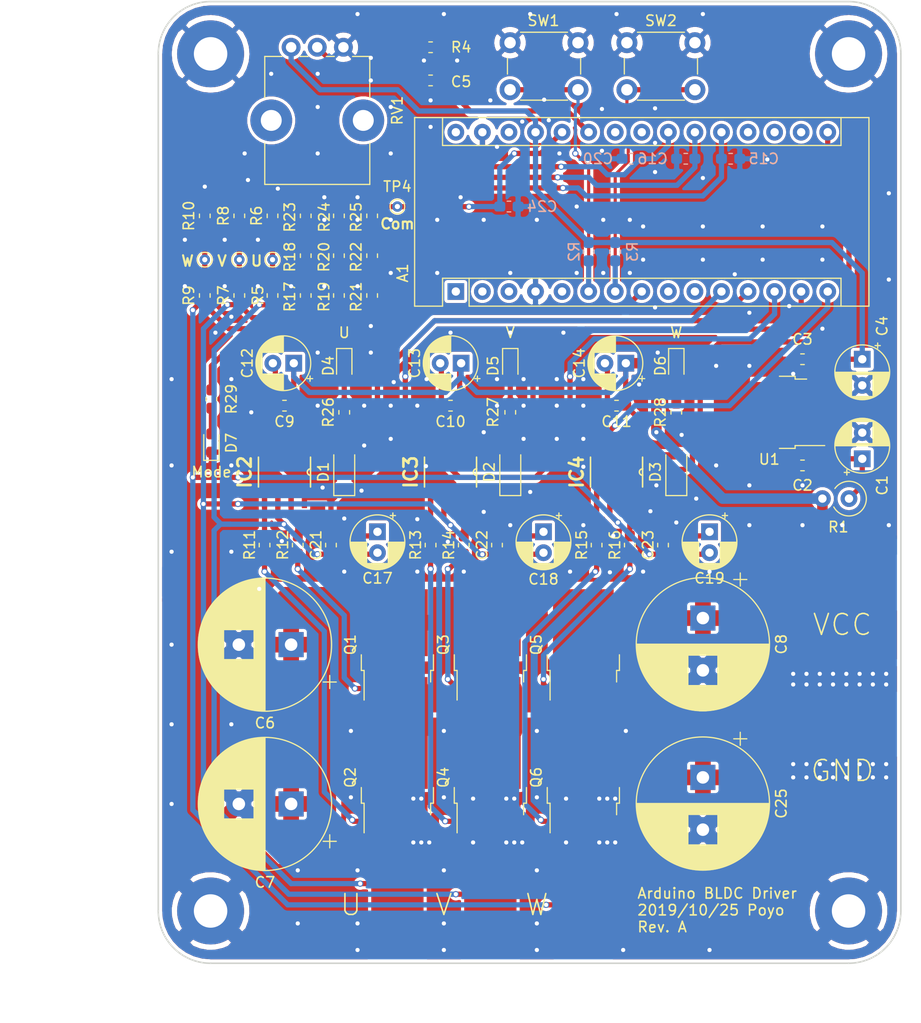
<source format=kicad_pcb>
(kicad_pcb (version 20171130) (host pcbnew "(5.1.2)-1")
  (layers (0 F.Cu signal) (31 B.Cu signal) (34 B.Paste user) (35 F.Paste user) (36 B.SilkS user) (37 F.SilkS user) (38 B.Mask user) (39 F.Mask user) (44 Edge.Cuts user))
  (net 0 "")
  (net 1 GND)
  (net 2 +5V)
  (net 3 VCC)
  (net 4 SW1)
  (net 5 OutU)
  (net 6 OutV)
  (net 7 OutW)
  (net 8 "Net-(D4-Pad2)")
  (net 9 "Net-(D5-Pad2)")
  (net 10 "Net-(D6-Pad2)")
  (net 11 "Net-(D7-Pad2)")
  (net 12 MODE)
  (net 13 "Net-(C1-Pad1)")
  (net 14 "Net-(C12-Pad2)")
  (net 15 "Net-(C10-Pad2)")
  (net 16 "Net-(C11-Pad2)")
  (net 17 "Net-(C17-Pad1)")
  (net 18 "Net-(C18-Pad1)")
  (net 19 "Net-(C19-Pad1)")
  (net 20 SW2)
  (net 21 "Net-(IC2-Pad7)")
  (net 22 "Net-(IC2-Pad5)")
  (net 23 "Net-(IC3-Pad7)")
  (net 24 "Net-(IC3-Pad5)")
  (net 25 "Net-(IC4-Pad7)")
  (net 26 "Net-(IC4-Pad5)")
  (net 27 GUH)
  (net 28 GUL)
  (net 29 GVH)
  (net 30 GVL)
  (net 31 GWH)
  (net 32 GWL)
  (net 33 "Net-(R4-Pad2)")
  (net 34 "Net-(R17-Pad2)")
  (net 35 "Net-(R19-Pad2)")
  (net 36 "Net-(R21-Pad2)")
  (net 37 ADS)
  (net 38 ADVR)
  (net 39 ADW)
  (net 40 ADV)
  (net 41 ADU)
  (net 42 nWL)
  (net 43 WH)
  (net 44 nVL)
  (net 45 VH)
  (net 46 nUL)
  (net 47 UH)
  (module Package_TO_SOT_SMD:TO-252-3_TabPin2 (layer F.Cu) (at 149.85 102.295 180)
    (fp_text reference U1 (at 0 -4.5) (layer F.SilkS))
    (fp_text value 7805)
    (pad 2 smd rect (at 2.1 0 180) (size 6.4 5.8) (layers F.Cu F.Mask) (net 1 GND))
    (pad 3 smd rect (at -4.2 2.28 180) (size 2.2 1.2) (layers F.Cu F.Paste F.Mask) (net 2 +5V))
    (pad 2 smd rect (at -4.2 0 180) (size 2.2 1.2) (layers F.Cu F.Paste F.Mask) (net 1 GND))
    (pad 1 smd rect (at -4.2 -2.28 180) (size 2.2 1.2) (layers F.Cu F.Paste F.Mask) (net 13 "Net-(C1-Pad1)"))
  )
  (module Module:Arduino_Nano (layer F.Cu) (at 119.878 90.738 90)
    (fp_text reference A1 (at 1.778 -5.08 90) (layer F.SilkS))
    (fp_text value Arduino_Nano_v3.x)
    (pad 16 thru_hole oval (at 15.24 35.56 90) (size 1.6 1.6) (drill 0.8) (layers *.Cu *.Mask) (net 43 WH))
    (pad 15 thru_hole oval (at 0 35.56 90) (size 1.6 1.6) (drill 0.8) (layers *.Cu *.Mask) (net 42 nWL))
    (pad 30 thru_hole oval (at 15.24 0 90) (size 1.6 1.6) (drill 0.8) (layers *.Cu *.Mask))
    (pad 14 thru_hole oval (at 0 33.02 90) (size 1.6 1.6) (drill 0.8) (layers *.Cu *.Mask) (net 45 VH))
    (pad 29 thru_hole oval (at 15.24 2.54 90) (size 1.6 1.6) (drill 0.8) (layers *.Cu *.Mask) (net 1 GND))
    (pad 13 thru_hole oval (at 0 30.48 90) (size 1.6 1.6) (drill 0.8) (layers *.Cu *.Mask) (net 44 nVL))
    (pad 28 thru_hole oval (at 15.24 5.08 90) (size 1.6 1.6) (drill 0.8) (layers *.Cu *.Mask))
    (pad 12 thru_hole oval (at 0 27.94 90) (size 1.6 1.6) (drill 0.8) (layers *.Cu *.Mask) (net 47 UH))
    (pad 27 thru_hole oval (at 15.24 7.62 90) (size 1.6 1.6) (drill 0.8) (layers *.Cu *.Mask) (net 2 +5V))
    (pad 11 thru_hole oval (at 0 25.4 90) (size 1.6 1.6) (drill 0.8) (layers *.Cu *.Mask) (net 46 nUL))
    (pad 26 thru_hole oval (at 15.24 10.16 90) (size 1.6 1.6) (drill 0.8) (layers *.Cu *.Mask) (net 37 ADS))
    (pad 10 thru_hole oval (at 0 22.86 90) (size 1.6 1.6) (drill 0.8) (layers *.Cu *.Mask))
    (pad 25 thru_hole oval (at 15.24 12.7 90) (size 1.6 1.6) (drill 0.8) (layers *.Cu *.Mask) (net 38 ADVR))
    (pad 9 thru_hole oval (at 0 20.32 90) (size 1.6 1.6) (drill 0.8) (layers *.Cu *.Mask))
    (pad 24 thru_hole oval (at 15.24 15.24 90) (size 1.6 1.6) (drill 0.8) (layers *.Cu *.Mask))
    (pad 8 thru_hole oval (at 0 17.78 90) (size 1.6 1.6) (drill 0.8) (layers *.Cu *.Mask) (net 12 MODE))
    (pad 23 thru_hole oval (at 15.24 17.78 90) (size 1.6 1.6) (drill 0.8) (layers *.Cu *.Mask))
    (pad 7 thru_hole oval (at 0 15.24 90) (size 1.6 1.6) (drill 0.8) (layers *.Cu *.Mask) (net 20 SW2))
    (pad 22 thru_hole oval (at 15.24 20.32 90) (size 1.6 1.6) (drill 0.8) (layers *.Cu *.Mask) (net 39 ADW))
    (pad 6 thru_hole oval (at 0 12.7 90) (size 1.6 1.6) (drill 0.8) (layers *.Cu *.Mask) (net 4 SW1))
    (pad 21 thru_hole oval (at 15.24 22.86 90) (size 1.6 1.6) (drill 0.8) (layers *.Cu *.Mask) (net 40 ADV))
    (pad 5 thru_hole oval (at 0 10.16 90) (size 1.6 1.6) (drill 0.8) (layers *.Cu *.Mask))
    (pad 20 thru_hole oval (at 15.24 25.4 90) (size 1.6 1.6) (drill 0.8) (layers *.Cu *.Mask) (net 41 ADU))
    (pad 4 thru_hole oval (at 0 7.62 90) (size 1.6 1.6) (drill 0.8) (layers *.Cu *.Mask) (net 1 GND))
    (pad 19 thru_hole oval (at 15.24 27.94 90) (size 1.6 1.6) (drill 0.8) (layers *.Cu *.Mask))
    (pad 3 thru_hole oval (at 0 5.08 90) (size 1.6 1.6) (drill 0.8) (layers *.Cu *.Mask))
    (pad 18 thru_hole oval (at 15.24 30.48 90) (size 1.6 1.6) (drill 0.8) (layers *.Cu *.Mask))
    (pad 2 thru_hole oval (at 0 2.54 90) (size 1.6 1.6) (drill 0.8) (layers *.Cu *.Mask))
    (pad 17 thru_hole oval (at 15.24 33.02 90) (size 1.6 1.6) (drill 0.8) (layers *.Cu *.Mask))
    (pad 1 thru_hole rect (at 0 0 90) (size 1.6 1.6) (drill 0.8) (layers *.Cu *.Mask))
  )
  (module TestPoint:TestPoint_THTPad_D1.0mm_Drill0.5mm (layer F.Cu) (at 114.29 82.61)
    (fp_text reference TP4 (at 0 -1.905) (layer F.SilkS))
    (fp_text value TestPoint)
    (pad 1 thru_hole circle (at 0 0) (size 1 1) (drill 0.5) (layers *.Cu *.Mask) (net 37 ADS))
  )
  (module TestPoint:TestPoint_THTPad_D1.0mm_Drill0.5mm (layer F.Cu) (at 95.875 87.69)
    (fp_text reference TP3 hide)
    (fp_text value TestPoint)
    (pad 1 thru_hole circle (at 0 0) (size 1 1) (drill 0.5) (layers *.Cu *.Mask) (net 39 ADW))
  )
  (module TestPoint:TestPoint_THTPad_D1.0mm_Drill0.5mm (layer F.Cu) (at 99.177 87.69)
    (fp_text reference TP2 hide)
    (fp_text value TestPoint)
    (pad 1 thru_hole circle (at 0 0) (size 1 1) (drill 0.5) (layers *.Cu *.Mask) (net 40 ADV))
  )
  (module TestPoint:TestPoint_THTPad_D1.0mm_Drill0.5mm (layer F.Cu) (at 102.352 87.69)
    (fp_text reference TP1 hide)
    (fp_text value TestPoint)
    (pad 1 thru_hole circle (at 0 0) (size 1 1) (drill 0.5) (layers *.Cu *.Mask) (net 41 ADU))
  )
  (module Potentiometer_THT:Potentiometer_Alps_RK09K_Single_Vertical (layer F.Cu) (at 104.13 67.37 270)
    (fp_text reference RV1 (at 6.05 -10.15 90) (layer F.SilkS))
    (fp_text value 10k)
    (pad "" np_thru_hole circle (at 7 1.9 270) (size 4 4) (drill 2) (layers *.Cu *.Mask))
    (pad "" np_thru_hole circle (at 7 -6.9 270) (size 4 4) (drill 2) (layers *.Cu *.Mask))
    (pad 1 thru_hole circle (at 0 0 270) (size 1.8 1.8) (drill 1) (layers *.Cu *.Mask) (net 2 +5V))
    (pad 2 thru_hole circle (at 0 -2.5 270) (size 1.8 1.8) (drill 1) (layers *.Cu *.Mask) (net 33 "Net-(R4-Pad2)"))
    (pad 3 thru_hole circle (at 0 -5 270) (size 1.8 1.8) (drill 1) (layers *.Cu *.Mask) (net 1 GND))
  )
  (module Capacitor_THT:CP_Radial_D12.5mm_P5.00mm (layer F.Cu) (at 143.5 137.22 270)
    (fp_text reference C25 (at 2.5 -7.5 90) (layer F.SilkS))
    (fp_text value 470u)
    (pad 2 thru_hole circle (at 5 0 270) (size 2.4 2.4) (drill 1.2) (layers *.Cu *.Mask) (net 1 GND))
    (pad 1 thru_hole rect (at 0 0 270) (size 2.4 2.4) (drill 1.2) (layers *.Cu *.Mask) (net 3 VCC))
  )
  (module Capacitor_THT:CP_Radial_D12.5mm_P5.00mm (layer F.Cu) (at 143.5 121.98 270)
    (fp_text reference C8 (at 2.5 -7.5 90) (layer F.SilkS))
    (fp_text value 470u)
    (pad 2 thru_hole circle (at 5 0 270) (size 2.4 2.4) (drill 1.2) (layers *.Cu *.Mask) (net 1 GND))
    (pad 1 thru_hole rect (at 0 0 270) (size 2.4 2.4) (drill 1.2) (layers *.Cu *.Mask) (net 3 VCC))
  )
  (module Capacitor_THT:CP_Radial_D12.5mm_P5.00mm (layer F.Cu) (at 104.13 139.76 180)
    (fp_text reference C7 (at 2.5 -7.5) (layer F.SilkS))
    (fp_text value 470u)
    (pad 2 thru_hole circle (at 5 0 180) (size 2.4 2.4) (drill 1.2) (layers *.Cu *.Mask) (net 1 GND))
    (pad 1 thru_hole rect (at 0 0 180) (size 2.4 2.4) (drill 1.2) (layers *.Cu *.Mask) (net 3 VCC))
  )
  (module Capacitor_THT:CP_Radial_D12.5mm_P5.00mm (layer F.Cu) (at 104.13 124.52 180)
    (fp_text reference C6 (at 2.5 -7.5) (layer F.SilkS))
    (fp_text value 470u)
    (pad 2 thru_hole circle (at 5 0 180) (size 2.4 2.4) (drill 1.2) (layers *.Cu *.Mask) (net 1 GND))
    (pad 1 thru_hole rect (at 0 0 180) (size 2.4 2.4) (drill 1.2) (layers *.Cu *.Mask) (net 3 VCC))
  )
  (module Capacitor_THT:CP_Radial_D5.0mm_P2.50mm (layer F.Cu) (at 158.74 97.215 270)
    (fp_text reference C4 (at -3.175 -1.905 90) (layer F.SilkS))
    (fp_text value 47u)
    (pad 2 thru_hole circle (at 2.5 0 270) (size 1.6 1.6) (drill 0.8) (layers *.Cu *.Mask) (net 1 GND))
    (pad 1 thru_hole rect (at 0 0 270) (size 1.6 1.6) (drill 0.8) (layers *.Cu *.Mask) (net 2 +5V))
  )
  (module Capacitor_THT:CP_Radial_D5.0mm_P2.50mm (layer F.Cu) (at 158.74 106.74 90)
    (fp_text reference C1 (at -2.54 1.905 90) (layer F.SilkS))
    (fp_text value 47u)
    (pad 2 thru_hole circle (at 2.5 0 90) (size 1.6 1.6) (drill 0.8) (layers *.Cu *.Mask) (net 1 GND))
    (pad 1 thru_hole rect (at 0 0 90) (size 1.6 1.6) (drill 0.8) (layers *.Cu *.Mask) (net 13 "Net-(C1-Pad1)"))
  )
  (module MountingHole:MountingHole_3.2mm_M3_Pad (layer F.Cu) (at 96.43 68)
    (fp_text reference H4 hide)
    (fp_text value MountingHole_Pad)
    (pad 1 thru_hole circle (at 0 0) (size 6.4 6.4) (drill 3.2) (layers *.Cu *.Mask) (net 1 GND))
  )
  (module MountingHole:MountingHole_3.2mm_M3_Pad (layer F.Cu) (at 157.43 68)
    (fp_text reference H3 hide)
    (fp_text value MountingHole_Pad)
    (pad 1 thru_hole circle (at 0 0) (size 6.4 6.4) (drill 3.2) (layers *.Cu *.Mask) (net 1 GND))
  )
  (module MountingHole:MountingHole_3.2mm_M3_Pad (layer F.Cu) (at 96.43 150)
    (fp_text reference H2 hide)
    (fp_text value MountingHole_Pad)
    (pad 1 thru_hole circle (at 0 0) (size 6.4 6.4) (drill 3.2) (layers *.Cu *.Mask) (net 1 GND))
  )
  (module MountingHole:MountingHole_3.2mm_M3_Pad (layer F.Cu) (at 157.43 150)
    (fp_text reference H1 hide)
    (fp_text value MountingHole_Pad)
    (pad 1 thru_hole circle (at 0 0) (size 6.4 6.4) (drill 3.2) (layers *.Cu *.Mask) (net 1 GND))
  )
  (module Button_Switch_THT:SW_PUSH_6mm (layer F.Cu) (at 142.738 71.434 180)
    (fp_text reference SW2 (at 3.25 6.604) (layer F.SilkS))
    (fp_text value SW_PUSH)
    (pad 1 thru_hole circle (at 6.5 0 270) (size 2 2) (drill 1.1) (layers *.Cu *.Mask) (net 20 SW2))
    (pad 2 thru_hole circle (at 6.5 4.5 270) (size 2 2) (drill 1.1) (layers *.Cu *.Mask) (net 1 GND))
    (pad 1 thru_hole circle (at 0 0 270) (size 2 2) (drill 1.1) (layers *.Cu *.Mask) (net 20 SW2))
    (pad 2 thru_hole circle (at 0 4.5 270) (size 2 2) (drill 1.1) (layers *.Cu *.Mask) (net 1 GND))
  )
  (module Button_Switch_THT:SW_PUSH_6mm (layer F.Cu) (at 131.562 71.434 180)
    (fp_text reference SW1 (at 3.302 6.604) (layer F.SilkS))
    (fp_text value SW_PUSH)
    (pad 1 thru_hole circle (at 6.5 0 270) (size 2 2) (drill 1.1) (layers *.Cu *.Mask) (net 4 SW1))
    (pad 2 thru_hole circle (at 6.5 4.5 270) (size 2 2) (drill 1.1) (layers *.Cu *.Mask) (net 1 GND))
    (pad 1 thru_hole circle (at 0 0 270) (size 2 2) (drill 1.1) (layers *.Cu *.Mask) (net 4 SW1))
    (pad 2 thru_hole circle (at 0 4.5 270) (size 2 2) (drill 1.1) (layers *.Cu *.Mask) (net 1 GND))
  )
  (module Resistor_SMD:R_0603_1608Metric_Pad1.05x0.95mm_HandSolder (layer F.Cu) (at 96.51 101.025 270)
    (fp_text reference R29 (at 0 -1.905 90) (layer F.SilkS))
    (fp_text value 470)
    (pad 2 smd roundrect (at 0.875 0 270) (size 1.05 0.95) (layers F.Cu F.Paste F.Mask) (net 11 "Net-(D7-Pad2)"))
    (pad 1 smd roundrect (at -0.875 0 270) (size 1.05 0.95) (layers F.Cu F.Paste F.Mask) (net 12 MODE))
  )
  (module Resistor_SMD:R_0603_1608Metric_Pad1.05x0.95mm_HandSolder (layer F.Cu) (at 140.96 102.295 90)
    (fp_text reference R28 (at 0 -1.524 90) (layer F.SilkS))
    (fp_text value 470)
    (pad 2 smd roundrect (at 0.875 0 90) (size 1.05 0.95) (layers F.Cu F.Paste F.Mask) (net 10 "Net-(D6-Pad2)"))
    (pad 1 smd roundrect (at -0.875 0 90) (size 1.05 0.95) (layers F.Cu F.Paste F.Mask) (net 43 WH))
  )
  (module Resistor_SMD:R_0603_1608Metric_Pad1.05x0.95mm_HandSolder (layer F.Cu) (at 125.085 102.295 90)
    (fp_text reference R27 (at 0 -1.651 90) (layer F.SilkS))
    (fp_text value 470)
    (pad 2 smd roundrect (at 0.875 0 90) (size 1.05 0.95) (layers F.Cu F.Paste F.Mask) (net 9 "Net-(D5-Pad2)"))
    (pad 1 smd roundrect (at -0.875 0 90) (size 1.05 0.95) (layers F.Cu F.Paste F.Mask) (net 45 VH))
  )
  (module Resistor_SMD:R_0603_1608Metric_Pad1.05x0.95mm_HandSolder (layer F.Cu) (at 109.21 102.295 90)
    (fp_text reference R26 (at 0 -1.524 90) (layer F.SilkS))
    (fp_text value 470)
    (pad 2 smd roundrect (at 0.875 0 90) (size 1.05 0.95) (layers F.Cu F.Paste F.Mask) (net 8 "Net-(D4-Pad2)"))
    (pad 1 smd roundrect (at -0.875 0 90) (size 1.05 0.95) (layers F.Cu F.Paste F.Mask) (net 47 UH))
  )
  (module Resistor_SMD:R_0603_1608Metric_Pad1.05x0.95mm_HandSolder (layer F.Cu) (at 111.877 83.499 270)
    (fp_text reference R25 (at 0.127 1.524 90) (layer F.SilkS))
    (fp_text value 10k)
    (pad 2 smd roundrect (at 0.875 0 270) (size 1.05 0.95) (layers F.Cu F.Paste F.Mask) (net 36 "Net-(R21-Pad2)"))
    (pad 1 smd roundrect (at -0.875 0 270) (size 1.05 0.95) (layers F.Cu F.Paste F.Mask) (net 37 ADS))
  )
  (module Resistor_SMD:R_0603_1608Metric_Pad1.05x0.95mm_HandSolder (layer F.Cu) (at 108.702 83.499 270)
    (fp_text reference R24 (at 0.127 1.397 90) (layer F.SilkS))
    (fp_text value 10k)
    (pad 2 smd roundrect (at 0.875 0 270) (size 1.05 0.95) (layers F.Cu F.Paste F.Mask) (net 35 "Net-(R19-Pad2)"))
    (pad 1 smd roundrect (at -0.875 0 270) (size 1.05 0.95) (layers F.Cu F.Paste F.Mask) (net 37 ADS))
  )
  (module Resistor_SMD:R_0603_1608Metric_Pad1.05x0.95mm_HandSolder (layer F.Cu) (at 105.527 83.499 270)
    (fp_text reference R23 (at 0.127 1.524 90) (layer F.SilkS))
    (fp_text value 10k)
    (pad 2 smd roundrect (at 0.875 0 270) (size 1.05 0.95) (layers F.Cu F.Paste F.Mask) (net 34 "Net-(R17-Pad2)"))
    (pad 1 smd roundrect (at -0.875 0 270) (size 1.05 0.95) (layers F.Cu F.Paste F.Mask) (net 37 ADS))
  )
  (module Resistor_SMD:R_0603_1608Metric_Pad1.05x0.95mm_HandSolder (layer F.Cu) (at 111.877 87.309 90)
    (fp_text reference R22 (at -0.127 -1.524 90) (layer F.SilkS))
    (fp_text value 1k)
    (pad 2 smd roundrect (at 0.875 0 90) (size 1.05 0.95) (layers F.Cu F.Paste F.Mask) (net 1 GND))
    (pad 1 smd roundrect (at -0.875 0 90) (size 1.05 0.95) (layers F.Cu F.Paste F.Mask) (net 36 "Net-(R21-Pad2)"))
  )
  (module Resistor_SMD:R_0603_1608Metric_Pad1.05x0.95mm_HandSolder (layer F.Cu) (at 111.877 91.119 90)
    (fp_text reference R21 (at -0.127 -1.524 90) (layer F.SilkS))
    (fp_text value 4.7k)
    (pad 2 smd roundrect (at 0.875 0 90) (size 1.05 0.95) (layers F.Cu F.Paste F.Mask) (net 36 "Net-(R21-Pad2)"))
    (pad 1 smd roundrect (at -0.875 0 90) (size 1.05 0.95) (layers F.Cu F.Paste F.Mask) (net 7 OutW))
  )
  (module Resistor_SMD:R_0603_1608Metric_Pad1.05x0.95mm_HandSolder (layer F.Cu) (at 108.702 87.309 90)
    (fp_text reference R20 (at -0.127 -1.43 90) (layer F.SilkS))
    (fp_text value 1k)
    (pad 2 smd roundrect (at 0.875 0 90) (size 1.05 0.95) (layers F.Cu F.Paste F.Mask) (net 1 GND))
    (pad 1 smd roundrect (at -0.875 0 90) (size 1.05 0.95) (layers F.Cu F.Paste F.Mask) (net 35 "Net-(R19-Pad2)"))
  )
  (module Resistor_SMD:R_0603_1608Metric_Pad1.05x0.95mm_HandSolder (layer F.Cu) (at 108.702 91.119 90)
    (fp_text reference R19 (at -0.127 -1.43 90) (layer F.SilkS))
    (fp_text value 4.7k)
    (pad 2 smd roundrect (at 0.875 0 90) (size 1.05 0.95) (layers F.Cu F.Paste F.Mask) (net 35 "Net-(R19-Pad2)"))
    (pad 1 smd roundrect (at -0.875 0 90) (size 1.05 0.95) (layers F.Cu F.Paste F.Mask) (net 6 OutV))
  )
  (module Resistor_SMD:R_0603_1608Metric_Pad1.05x0.95mm_HandSolder (layer F.Cu) (at 105.527 87.309 90)
    (fp_text reference R18 (at -0.127 -1.524 90) (layer F.SilkS))
    (fp_text value 1k)
    (pad 2 smd roundrect (at 0.875 0 90) (size 1.05 0.95) (layers F.Cu F.Paste F.Mask) (net 1 GND))
    (pad 1 smd roundrect (at -0.875 0 90) (size 1.05 0.95) (layers F.Cu F.Paste F.Mask) (net 34 "Net-(R17-Pad2)"))
  )
  (module Resistor_SMD:R_0603_1608Metric_Pad1.05x0.95mm_HandSolder (layer F.Cu) (at 105.527 91.119 90)
    (fp_text reference R17 (at -0.127 -1.524 90) (layer F.SilkS))
    (fp_text value 4.7k)
    (pad 2 smd roundrect (at 0.875 0 90) (size 1.05 0.95) (layers F.Cu F.Paste F.Mask) (net 34 "Net-(R17-Pad2)"))
    (pad 1 smd roundrect (at -0.875 0 90) (size 1.05 0.95) (layers F.Cu F.Paste F.Mask) (net 5 OutU))
  )
  (module Resistor_SMD:R_0603_1608Metric_Pad1.05x0.95mm_HandSolder (layer F.Cu) (at 136.515 114.995 90)
    (fp_text reference R16 (at 0 -1.43 90) (layer F.SilkS))
    (fp_text value 10)
    (pad 2 smd roundrect (at 0.875 0 90) (size 1.05 0.95) (layers F.Cu F.Paste F.Mask) (net 25 "Net-(IC4-Pad7)"))
    (pad 1 smd roundrect (at -0.875 0 90) (size 1.05 0.95) (layers F.Cu F.Paste F.Mask) (net 31 GWH))
  )
  (module Resistor_SMD:R_0603_1608Metric_Pad1.05x0.95mm_HandSolder (layer F.Cu) (at 133.34 114.995 90)
    (fp_text reference R15 (at 0 -1.43 90) (layer F.SilkS))
    (fp_text value 10)
    (pad 2 smd roundrect (at 0.875 0 90) (size 1.05 0.95) (layers F.Cu F.Paste F.Mask) (net 26 "Net-(IC4-Pad5)"))
    (pad 1 smd roundrect (at -0.875 0 90) (size 1.05 0.95) (layers F.Cu F.Paste F.Mask) (net 32 GWL))
  )
  (module Resistor_SMD:R_0603_1608Metric_Pad1.05x0.95mm_HandSolder (layer F.Cu) (at 120.64 114.995 90)
    (fp_text reference R14 (at 0 -1.43 90) (layer F.SilkS))
    (fp_text value 10)
    (pad 2 smd roundrect (at 0.875 0 90) (size 1.05 0.95) (layers F.Cu F.Paste F.Mask) (net 23 "Net-(IC3-Pad7)"))
    (pad 1 smd roundrect (at -0.875 0 90) (size 1.05 0.95) (layers F.Cu F.Paste F.Mask) (net 29 GVH))
  )
  (module Resistor_SMD:R_0603_1608Metric_Pad1.05x0.95mm_HandSolder (layer F.Cu) (at 117.465 114.995 90)
    (fp_text reference R13 (at 0 -1.43 90) (layer F.SilkS))
    (fp_text value 10)
    (pad 2 smd roundrect (at 0.875 0 90) (size 1.05 0.95) (layers F.Cu F.Paste F.Mask) (net 24 "Net-(IC3-Pad5)"))
    (pad 1 smd roundrect (at -0.875 0 90) (size 1.05 0.95) (layers F.Cu F.Paste F.Mask) (net 30 GVL))
  )
  (module Resistor_SMD:R_0603_1608Metric_Pad1.05x0.95mm_HandSolder (layer F.Cu) (at 104.765 114.995 90)
    (fp_text reference R12 (at 0 -1.43 90) (layer F.SilkS))
    (fp_text value 10)
    (pad 2 smd roundrect (at 0.875 0 90) (size 1.05 0.95) (layers F.Cu F.Paste F.Mask) (net 21 "Net-(IC2-Pad7)"))
    (pad 1 smd roundrect (at -0.875 0 90) (size 1.05 0.95) (layers F.Cu F.Paste F.Mask) (net 27 GUH))
  )
  (module Resistor_SMD:R_0603_1608Metric_Pad1.05x0.95mm_HandSolder (layer F.Cu) (at 101.59 114.995 90)
    (fp_text reference R11 (at 0 -1.43 90) (layer F.SilkS))
    (fp_text value 10)
    (pad 2 smd roundrect (at 0.875 0 90) (size 1.05 0.95) (layers F.Cu F.Paste F.Mask) (net 22 "Net-(IC2-Pad5)"))
    (pad 1 smd roundrect (at -0.875 0 90) (size 1.05 0.95) (layers F.Cu F.Paste F.Mask) (net 28 GUL))
  )
  (module Resistor_SMD:R_0603_1608Metric_Pad1.05x0.95mm_HandSolder (layer F.Cu) (at 95.875 83.499 90)
    (fp_text reference R10 (at 0 -1.524 90) (layer F.SilkS))
    (fp_text value 1k)
    (pad 2 smd roundrect (at 0.875 0 90) (size 1.05 0.95) (layers F.Cu F.Paste F.Mask) (net 1 GND))
    (pad 1 smd roundrect (at -0.875 0 90) (size 1.05 0.95) (layers F.Cu F.Paste F.Mask) (net 39 ADW))
  )
  (module Resistor_SMD:R_0603_1608Metric_Pad1.05x0.95mm_HandSolder (layer F.Cu) (at 95.875 91.119 90)
    (fp_text reference R9 (at 0 -1.524 90) (layer F.SilkS))
    (fp_text value 4.7k)
    (pad 2 smd roundrect (at 0.875 0 90) (size 1.05 0.95) (layers F.Cu F.Paste F.Mask) (net 39 ADW))
    (pad 1 smd roundrect (at -0.875 0 90) (size 1.05 0.95) (layers F.Cu F.Paste F.Mask) (net 7 OutW))
  )
  (module Resistor_SMD:R_0603_1608Metric_Pad1.05x0.95mm_HandSolder (layer F.Cu) (at 99.177 83.499 90)
    (fp_text reference R8 (at 0 -1.524 90) (layer F.SilkS))
    (fp_text value 1k)
    (pad 2 smd roundrect (at 0.875 0 90) (size 1.05 0.95) (layers F.Cu F.Paste F.Mask) (net 1 GND))
    (pad 1 smd roundrect (at -0.875 0 90) (size 1.05 0.95) (layers F.Cu F.Paste F.Mask) (net 40 ADV))
  )
  (module Resistor_SMD:R_0603_1608Metric_Pad1.05x0.95mm_HandSolder (layer F.Cu) (at 99.177 91.119 90)
    (fp_text reference R7 (at 0 -1.524 90) (layer F.SilkS))
    (fp_text value 4.7k)
    (pad 2 smd roundrect (at 0.875 0 90) (size 1.05 0.95) (layers F.Cu F.Paste F.Mask) (net 40 ADV))
    (pad 1 smd roundrect (at -0.875 0 90) (size 1.05 0.95) (layers F.Cu F.Paste F.Mask) (net 6 OutV))
  )
  (module Resistor_SMD:R_0603_1608Metric_Pad1.05x0.95mm_HandSolder (layer F.Cu) (at 102.352 83.499 90)
    (fp_text reference R6 (at 0 -1.524 90) (layer F.SilkS))
    (fp_text value 1k)
    (pad 2 smd roundrect (at 0.875 0 90) (size 1.05 0.95) (layers F.Cu F.Paste F.Mask) (net 1 GND))
    (pad 1 smd roundrect (at -0.875 0 90) (size 1.05 0.95) (layers F.Cu F.Paste F.Mask) (net 41 ADU))
  )
  (module Resistor_SMD:R_0603_1608Metric_Pad1.05x0.95mm_HandSolder (layer F.Cu) (at 102.352 91.119 90)
    (fp_text reference R5 (at 0 -1.397 90) (layer F.SilkS))
    (fp_text value 4.7k)
    (pad 2 smd roundrect (at 0.875 0 90) (size 1.05 0.95) (layers F.Cu F.Paste F.Mask) (net 41 ADU))
    (pad 1 smd roundrect (at -0.875 0 90) (size 1.05 0.95) (layers F.Cu F.Paste F.Mask) (net 5 OutU))
  )
  (module Resistor_SMD:R_0603_1608Metric_Pad1.05x0.95mm_HandSolder (layer F.Cu) (at 117.465 67.37 180)
    (fp_text reference R4 (at -2.921 0) (layer F.SilkS))
    (fp_text value 10k)
    (pad 2 smd roundrect (at 0.875 0 180) (size 1.05 0.95) (layers F.Cu F.Paste F.Mask) (net 33 "Net-(R4-Pad2)"))
    (pad 1 smd roundrect (at -0.875 0 180) (size 1.05 0.95) (layers F.Cu F.Paste F.Mask) (net 38 ADVR))
  )
  (module Resistor_SMD:R_0603_1608Metric_Pad1.05x0.95mm_HandSolder (layer B.Cu) (at 135.118 86.928 90)
    (fp_text reference R3 (at 0 1.651 90) (layer B.SilkS) (effects (justify mirror)))
    (fp_text value 10k)
    (pad 2 smd roundrect (at 0.875 0 90) (size 1.05 0.95) (layers B.Cu B.Paste B.Mask) (net 2 +5V))
    (pad 1 smd roundrect (at -0.875 0 90) (size 1.05 0.95) (layers B.Cu B.Paste B.Mask) (net 20 SW2))
  )
  (module Resistor_SMD:R_0603_1608Metric_Pad1.05x0.95mm_HandSolder (layer B.Cu) (at 132.578 86.928 90)
    (fp_text reference R2 (at 0 -1.397 90) (layer B.SilkS) (effects (justify mirror)))
    (fp_text value 10k)
    (pad 2 smd roundrect (at 0.875 0 90) (size 1.05 0.95) (layers B.Cu B.Paste B.Mask) (net 2 +5V))
    (pad 1 smd roundrect (at -0.875 0 90) (size 1.05 0.95) (layers B.Cu B.Paste B.Mask) (net 4 SW1))
  )
  (module Resistor_THT:R_Axial_DIN0309_L9.0mm_D3.2mm_P2.54mm_Vertical (layer F.Cu) (at 157.47 110.55 180)
    (fp_text reference R1 (at 1.016 -2.72) (layer F.SilkS))
    (fp_text value 1)
    (pad 2 thru_hole oval (at 2.54 0 180) (size 1.6 1.6) (drill 0.8) (layers *.Cu *.Mask) (net 3 VCC))
    (pad 1 thru_hole circle (at 0 0 180) (size 1.6 1.6) (drill 0.8) (layers *.Cu *.Mask) (net 13 "Net-(C1-Pad1)"))
  )
  (module Package_TO_SOT_SMD:TO-252-3_TabPin2 (layer F.Cu) (at 132.07 137.22 90)
    (fp_text reference Q6 (at 0 -4.5 90) (layer F.SilkS))
    (fp_text value NMOS_5V)
    (pad 2 smd rect (at 2.1 0 90) (size 6.4 5.8) (layers F.Cu F.Mask) (net 7 OutW))
    (pad 3 smd rect (at -4.2 2.28 90) (size 2.2 1.2) (layers F.Cu F.Paste F.Mask) (net 1 GND))
    (pad 2 smd rect (at -4.2 0 90) (size 2.2 1.2) (layers F.Cu F.Paste F.Mask) (net 7 OutW))
    (pad 1 smd rect (at -4.2 -2.28 90) (size 2.2 1.2) (layers F.Cu F.Paste F.Mask) (net 32 GWL))
  )
  (module Package_TO_SOT_SMD:TO-252-3_TabPin2 (layer F.Cu) (at 132.07 124.52 90)
    (fp_text reference Q5 (at 0 -4.5 90) (layer F.SilkS))
    (fp_text value NMOS_5V)
    (pad 2 smd rect (at 2.1 0 90) (size 6.4 5.8) (layers F.Cu F.Mask) (net 3 VCC))
    (pad 3 smd rect (at -4.2 2.28 90) (size 2.2 1.2) (layers F.Cu F.Paste F.Mask) (net 7 OutW))
    (pad 2 smd rect (at -4.2 0 90) (size 2.2 1.2) (layers F.Cu F.Paste F.Mask) (net 3 VCC))
    (pad 1 smd rect (at -4.2 -2.28 90) (size 2.2 1.2) (layers F.Cu F.Paste F.Mask) (net 31 GWH))
  )
  (module Package_TO_SOT_SMD:TO-252-3_TabPin2 (layer F.Cu) (at 123.18 137.22 90)
    (fp_text reference Q4 (at 0 -4.5 90) (layer F.SilkS))
    (fp_text value NMOS_5V)
    (pad 2 smd rect (at 2.1 0 90) (size 6.4 5.8) (layers F.Cu F.Mask) (net 6 OutV))
    (pad 3 smd rect (at -4.2 2.28 90) (size 2.2 1.2) (layers F.Cu F.Paste F.Mask) (net 1 GND))
    (pad 2 smd rect (at -4.2 0 90) (size 2.2 1.2) (layers F.Cu F.Paste F.Mask) (net 6 OutV))
    (pad 1 smd rect (at -4.2 -2.28 90) (size 2.2 1.2) (layers F.Cu F.Paste F.Mask) (net 30 GVL))
  )
  (module Package_TO_SOT_SMD:TO-252-3_TabPin2 (layer F.Cu) (at 123.18 124.52 90)
    (fp_text reference Q3 (at 0 -4.5 90) (layer F.SilkS))
    (fp_text value NMOS_5V)
    (pad 2 smd rect (at 2.1 0 90) (size 6.4 5.8) (layers F.Cu F.Mask) (net 3 VCC))
    (pad 3 smd rect (at -4.2 2.28 90) (size 2.2 1.2) (layers F.Cu F.Paste F.Mask) (net 6 OutV))
    (pad 2 smd rect (at -4.2 0 90) (size 2.2 1.2) (layers F.Cu F.Paste F.Mask) (net 3 VCC))
    (pad 1 smd rect (at -4.2 -2.28 90) (size 2.2 1.2) (layers F.Cu F.Paste F.Mask) (net 29 GVH))
  )
  (module Package_TO_SOT_SMD:TO-252-3_TabPin2 (layer F.Cu) (at 114.29 137.22 90)
    (fp_text reference Q2 (at 0 -4.5 90) (layer F.SilkS))
    (fp_text value NMOS_5V)
    (pad 2 smd rect (at 2.1 0 90) (size 6.4 5.8) (layers F.Cu F.Mask) (net 5 OutU))
    (pad 3 smd rect (at -4.2 2.28 90) (size 2.2 1.2) (layers F.Cu F.Paste F.Mask) (net 1 GND))
    (pad 2 smd rect (at -4.2 0 90) (size 2.2 1.2) (layers F.Cu F.Paste F.Mask) (net 5 OutU))
    (pad 1 smd rect (at -4.2 -2.28 90) (size 2.2 1.2) (layers F.Cu F.Paste F.Mask) (net 28 GUL))
  )
  (module Package_TO_SOT_SMD:TO-252-3_TabPin2 (layer F.Cu) (at 114.29 124.52 90)
    (fp_text reference Q1 (at 0 -4.5 90) (layer F.SilkS))
    (fp_text value NMOS_5V)
    (pad 2 smd rect (at 2.1 0 90) (size 6.4 5.8) (layers F.Cu F.Mask) (net 3 VCC))
    (pad 3 smd rect (at -4.2 2.28 90) (size 2.2 1.2) (layers F.Cu F.Paste F.Mask) (net 5 OutU))
    (pad 2 smd rect (at -4.2 0 90) (size 2.2 1.2) (layers F.Cu F.Paste F.Mask) (net 3 VCC))
    (pad 1 smd rect (at -4.2 -2.28 90) (size 2.2 1.2) (layers F.Cu F.Paste F.Mask) (net 27 GUH))
  )
  (module Connector_Wire:SolderWirePad_1x01_SMD_5x10mm (layer F.Cu) (at 132.07 149.285)
    (fp_text reference P5 hide)
    (fp_text value W)
    (pad 1 smd rect (at 0 0) (size 5 10) (layers F.Cu F.Paste F.Mask) (net 7 OutW))
  )
  (module Connector_Wire:SolderWirePad_1x01_SMD_5x10mm (layer F.Cu) (at 123.18 149.285 180)
    (fp_text reference P4 hide)
    (fp_text value V)
    (pad 1 smd rect (at 0 0 180) (size 5 10) (layers F.Cu F.Paste F.Mask) (net 6 OutV))
  )
  (module Connector_Wire:SolderWirePad_1x01_SMD_5x10mm (layer F.Cu) (at 114.29 149.285 180)
    (fp_text reference P3 hide)
    (fp_text value U)
    (pad 1 smd rect (at 0 0 180) (size 5 10) (layers F.Cu F.Paste F.Mask) (net 5 OutU))
  )
  (module Connector_Wire:SolderWirePad_1x01_SMD_5x10mm (layer F.Cu) (at 156.962 132.14 90)
    (fp_text reference P2 hide)
    (fp_text value GND)
    (pad 1 smd rect (at 0 0 90) (size 5 10) (layers F.Cu F.Paste F.Mask) (net 1 GND))
  )
  (module Connector_Wire:SolderWirePad_1x01_SMD_5x10mm (layer F.Cu) (at 156.835 118.17 90)
    (fp_text reference P1 hide)
    (fp_text value "+6 to 24V")
    (pad 1 smd rect (at 0 0 90) (size 5 10) (layers F.Cu F.Paste F.Mask) (net 3 VCC))
  )
  (module SamacSys_Parts:SOIC127P600X175-8N (layer F.Cu) (at 135.245 108.01 270)
    (fp_text reference IC4 (at 0 3.81 90) (layer F.SilkS) (effects (font (size 1.27 1.27) (thickness 0.254))))
    (fp_text value IRS2003 hide)
    (pad 8 smd rect (at 2.4638 -1.905) (size 0.508 1.9812) (layers F.Cu F.Paste F.Mask) (net 19 "Net-(C19-Pad1)"))
    (pad 7 smd rect (at 2.4638 -0.635) (size 0.508 1.9812) (layers F.Cu F.Paste F.Mask) (net 25 "Net-(IC4-Pad7)"))
    (pad 6 smd rect (at 2.4638 0.635) (size 0.508 1.9812) (layers F.Cu F.Paste F.Mask) (net 7 OutW))
    (pad 5 smd rect (at 2.4638 1.905) (size 0.508 1.9812) (layers F.Cu F.Paste F.Mask) (net 26 "Net-(IC4-Pad5)"))
    (pad 4 smd rect (at -2.4638 1.905) (size 0.508 1.9812) (layers F.Cu F.Paste F.Mask) (net 16 "Net-(C11-Pad2)"))
    (pad 3 smd rect (at -2.4638 0.635) (size 0.508 1.9812) (layers F.Cu F.Paste F.Mask) (net 42 nWL))
    (pad 2 smd rect (at -2.4638 -0.635) (size 0.508 1.9812) (layers F.Cu F.Paste F.Mask) (net 43 WH))
    (pad 1 smd rect (at -2.4638 -1.905) (size 0.508 1.9812) (layers F.Cu F.Paste F.Mask) (net 3 VCC))
  )
  (module SamacSys_Parts:SOIC127P600X175-8N (layer F.Cu) (at 119.37 108.01 270)
    (fp_text reference IC3 (at 0 3.81 90) (layer F.SilkS) (effects (font (size 1.27 1.27) (thickness 0.254))))
    (fp_text value IRS2003 hide)
    (pad 8 smd rect (at 2.4638 -1.905) (size 0.508 1.9812) (layers F.Cu F.Paste F.Mask) (net 18 "Net-(C18-Pad1)"))
    (pad 7 smd rect (at 2.4638 -0.635) (size 0.508 1.9812) (layers F.Cu F.Paste F.Mask) (net 23 "Net-(IC3-Pad7)"))
    (pad 6 smd rect (at 2.4638 0.635) (size 0.508 1.9812) (layers F.Cu F.Paste F.Mask) (net 6 OutV))
    (pad 5 smd rect (at 2.4638 1.905) (size 0.508 1.9812) (layers F.Cu F.Paste F.Mask) (net 24 "Net-(IC3-Pad5)"))
    (pad 4 smd rect (at -2.4638 1.905) (size 0.508 1.9812) (layers F.Cu F.Paste F.Mask) (net 15 "Net-(C10-Pad2)"))
    (pad 3 smd rect (at -2.4638 0.635) (size 0.508 1.9812) (layers F.Cu F.Paste F.Mask) (net 44 nVL))
    (pad 2 smd rect (at -2.4638 -0.635) (size 0.508 1.9812) (layers F.Cu F.Paste F.Mask) (net 45 VH))
    (pad 1 smd rect (at -2.4638 -1.905) (size 0.508 1.9812) (layers F.Cu F.Paste F.Mask) (net 3 VCC))
  )
  (module SamacSys_Parts:SOIC127P600X175-8N (layer F.Cu) (at 103.495 108.01 270)
    (fp_text reference IC2 (at 0 3.81 90) (layer F.SilkS) (effects (font (size 1.27 1.27) (thickness 0.254))))
    (fp_text value IRS2003 hide)
    (pad 8 smd rect (at 2.4638 -1.905) (size 0.508 1.9812) (layers F.Cu F.Paste F.Mask) (net 17 "Net-(C17-Pad1)"))
    (pad 7 smd rect (at 2.4638 -0.635) (size 0.508 1.9812) (layers F.Cu F.Paste F.Mask) (net 21 "Net-(IC2-Pad7)"))
    (pad 6 smd rect (at 2.4638 0.635) (size 0.508 1.9812) (layers F.Cu F.Paste F.Mask) (net 5 OutU))
    (pad 5 smd rect (at 2.4638 1.905) (size 0.508 1.9812) (layers F.Cu F.Paste F.Mask) (net 22 "Net-(IC2-Pad5)"))
    (pad 4 smd rect (at -2.4638 1.905) (size 0.508 1.9812) (layers F.Cu F.Paste F.Mask) (net 14 "Net-(C12-Pad2)"))
    (pad 3 smd rect (at -2.4638 0.635) (size 0.508 1.9812) (layers F.Cu F.Paste F.Mask) (net 46 nUL))
    (pad 2 smd rect (at -2.4638 -0.635) (size 0.508 1.9812) (layers F.Cu F.Paste F.Mask) (net 47 UH))
    (pad 1 smd rect (at -2.4638 -1.905) (size 0.508 1.9812) (layers F.Cu F.Paste F.Mask) (net 3 VCC))
  )
  (module LED_SMD:LED_0603_1608Metric_Pad1.05x0.95mm_HandSolder (layer F.Cu) (at 96.51 105.23 90)
    (fp_text reference D7 (at 0 1.905 90) (layer F.SilkS))
    (fp_text value SML-E12P8WT86)
    (pad 2 smd roundrect (at 0.875 0 90) (size 1.05 0.95) (layers F.Cu F.Paste F.Mask) (net 11 "Net-(D7-Pad2)"))
    (pad 1 smd roundrect (at -0.875 0 90) (size 1.05 0.95) (layers F.Cu F.Paste F.Mask) (net 1 GND))
  )
  (module LED_SMD:LED_0603_1608Metric_Pad1.05x0.95mm_HandSolder (layer F.Cu) (at 140.96 97.85 270)
    (fp_text reference D6 (at 0 1.524 90) (layer F.SilkS))
    (fp_text value SML-E12P8WT86)
    (pad 2 smd roundrect (at 0.875 0 270) (size 1.05 0.95) (layers F.Cu F.Paste F.Mask) (net 10 "Net-(D6-Pad2)"))
    (pad 1 smd roundrect (at -0.875 0 270) (size 1.05 0.95) (layers F.Cu F.Paste F.Mask) (net 1 GND))
  )
  (module LED_SMD:LED_0603_1608Metric_Pad1.05x0.95mm_HandSolder (layer F.Cu) (at 125.085 97.85 270)
    (fp_text reference D5 (at 0 1.651 90) (layer F.SilkS))
    (fp_text value SML-E12P8WT86)
    (pad 2 smd roundrect (at 0.875 0 270) (size 1.05 0.95) (layers F.Cu F.Paste F.Mask) (net 9 "Net-(D5-Pad2)"))
    (pad 1 smd roundrect (at -0.875 0 270) (size 1.05 0.95) (layers F.Cu F.Paste F.Mask) (net 1 GND))
  )
  (module LED_SMD:LED_0603_1608Metric_Pad1.05x0.95mm_HandSolder (layer F.Cu) (at 109.21 97.85 270)
    (fp_text reference D4 (at 0 1.524 90) (layer F.SilkS))
    (fp_text value SML-E12P8WT86)
    (pad 2 smd roundrect (at 0.875 0 270) (size 1.05 0.95) (layers F.Cu F.Paste F.Mask) (net 8 "Net-(D4-Pad2)"))
    (pad 1 smd roundrect (at -0.875 0 270) (size 1.05 0.95) (layers F.Cu F.Paste F.Mask) (net 1 GND))
  )
  (module Diode_SMD:D_SOD-123 (layer F.Cu) (at 140.96 108.01 90)
    (fp_text reference D3 (at 0 -2 90) (layer F.SilkS))
    (fp_text value D)
    (pad 2 smd rect (at 1.65 0 90) (size 0.9 1.2) (layers F.Cu F.Paste F.Mask) (net 3 VCC))
    (pad 1 smd rect (at -1.65 0 90) (size 0.9 1.2) (layers F.Cu F.Paste F.Mask) (net 19 "Net-(C19-Pad1)"))
  )
  (module Diode_SMD:D_SOD-123 (layer F.Cu) (at 125.085 108.01 90)
    (fp_text reference D2 (at 0 -2 90) (layer F.SilkS))
    (fp_text value D)
    (pad 2 smd rect (at 1.65 0 90) (size 0.9 1.2) (layers F.Cu F.Paste F.Mask) (net 3 VCC))
    (pad 1 smd rect (at -1.65 0 90) (size 0.9 1.2) (layers F.Cu F.Paste F.Mask) (net 18 "Net-(C18-Pad1)"))
  )
  (module Diode_SMD:D_SOD-123 (layer F.Cu) (at 109.21 108.01 90)
    (fp_text reference D1 (at 0 -2 90) (layer F.SilkS))
    (fp_text value D)
    (pad 2 smd rect (at 1.65 0 90) (size 0.9 1.2) (layers F.Cu F.Paste F.Mask) (net 3 VCC))
    (pad 1 smd rect (at -1.65 0 90) (size 0.9 1.2) (layers F.Cu F.Paste F.Mask) (net 17 "Net-(C17-Pad1)"))
  )
  (module Capacitor_SMD:C_0603_1608Metric_Pad1.05x0.95mm_HandSolder (layer B.Cu) (at 124.958 82.61)
    (fp_text reference C24 (at 3.175 0 180) (layer B.SilkS) (effects (justify mirror)))
    (fp_text value 0.1u)
    (pad 2 smd roundrect (at 0.875 0) (size 1.05 0.95) (layers B.Cu B.Paste B.Mask) (net 1 GND))
    (pad 1 smd roundrect (at -0.875 0) (size 1.05 0.95) (layers B.Cu B.Paste B.Mask) (net 37 ADS))
  )
  (module Capacitor_SMD:C_0603_1608Metric_Pad1.05x0.95mm_HandSolder (layer F.Cu) (at 139.69 114.995 90)
    (fp_text reference C23 (at 0 -1.43 270) (layer F.SilkS))
    (fp_text value 0.1u)
    (pad 2 smd roundrect (at 0.875 0 90) (size 1.05 0.95) (layers F.Cu F.Paste F.Mask) (net 19 "Net-(C19-Pad1)"))
    (pad 1 smd roundrect (at -0.875 0 90) (size 1.05 0.95) (layers F.Cu F.Paste F.Mask) (net 7 OutW))
  )
  (module Capacitor_SMD:C_0603_1608Metric_Pad1.05x0.95mm_HandSolder (layer F.Cu) (at 123.815 114.995 90)
    (fp_text reference C22 (at 0 -1.43 90) (layer F.SilkS))
    (fp_text value 0.1u)
    (pad 2 smd roundrect (at 0.875 0 90) (size 1.05 0.95) (layers F.Cu F.Paste F.Mask) (net 18 "Net-(C18-Pad1)"))
    (pad 1 smd roundrect (at -0.875 0 90) (size 1.05 0.95) (layers F.Cu F.Paste F.Mask) (net 6 OutV))
  )
  (module Capacitor_SMD:C_0603_1608Metric_Pad1.05x0.95mm_HandSolder (layer F.Cu) (at 107.94 114.995 90)
    (fp_text reference C21 (at 0 -1.43 90) (layer F.SilkS))
    (fp_text value 0.1u)
    (pad 2 smd roundrect (at 0.875 0 90) (size 1.05 0.95) (layers F.Cu F.Paste F.Mask) (net 17 "Net-(C17-Pad1)"))
    (pad 1 smd roundrect (at -0.875 0 90) (size 1.05 0.95) (layers F.Cu F.Paste F.Mask) (net 5 OutU))
  )
  (module Capacitor_SMD:C_0603_1608Metric_Pad1.05x0.95mm_HandSolder (layer B.Cu) (at 136.642 78.038 180)
    (fp_text reference C20 (at 3.175 0 180) (layer B.SilkS) (effects (justify mirror)))
    (fp_text value 0.1u)
    (pad 2 smd roundrect (at 0.875 0 180) (size 1.05 0.95) (layers B.Cu B.Paste B.Mask) (net 1 GND))
    (pad 1 smd roundrect (at -0.875 0 180) (size 1.05 0.95) (layers B.Cu B.Paste B.Mask) (net 39 ADW))
  )
  (module Capacitor_THT:CP_Radial_D5.0mm_P2.00mm (layer F.Cu) (at 144.135 113.725 270)
    (fp_text reference C19 (at 4.445 0 180) (layer F.SilkS))
    (fp_text value 10u/35V)
    (pad 2 thru_hole circle (at 2 0 270) (size 1.6 1.6) (drill 0.8) (layers *.Cu *.Mask) (net 7 OutW))
    (pad 1 thru_hole rect (at 0 0 270) (size 1.6 1.6) (drill 0.8) (layers *.Cu *.Mask) (net 19 "Net-(C19-Pad1)"))
  )
  (module Capacitor_THT:CP_Radial_D5.0mm_P2.00mm (layer F.Cu) (at 128.26 113.725 270)
    (fp_text reference C18 (at 4.54 0 180) (layer F.SilkS))
    (fp_text value 10u/35V)
    (pad 2 thru_hole circle (at 2 0 270) (size 1.6 1.6) (drill 0.8) (layers *.Cu *.Mask) (net 6 OutV))
    (pad 1 thru_hole rect (at 0 0 270) (size 1.6 1.6) (drill 0.8) (layers *.Cu *.Mask) (net 18 "Net-(C18-Pad1)"))
  )
  (module Capacitor_THT:CP_Radial_D5.0mm_P2.00mm (layer F.Cu) (at 112.385 113.725 270)
    (fp_text reference C17 (at 4.445 0 180) (layer F.SilkS))
    (fp_text value 10u/35V)
    (pad 2 thru_hole circle (at 2 0 270) (size 1.6 1.6) (drill 0.8) (layers *.Cu *.Mask) (net 5 OutU))
    (pad 1 thru_hole rect (at 0 0 270) (size 1.6 1.6) (drill 0.8) (layers *.Cu *.Mask) (net 17 "Net-(C17-Pad1)"))
  )
  (module Capacitor_SMD:C_0603_1608Metric_Pad1.05x0.95mm_HandSolder (layer B.Cu) (at 141.863 78.038 180)
    (fp_text reference C16 (at 3.175 0) (layer B.SilkS) (effects (justify mirror)))
    (fp_text value 0.1u)
    (pad 2 smd roundrect (at 0.875 0 180) (size 1.05 0.95) (layers B.Cu B.Paste B.Mask) (net 1 GND))
    (pad 1 smd roundrect (at -0.875 0 180) (size 1.05 0.95) (layers B.Cu B.Paste B.Mask) (net 40 ADV))
  )
  (module Capacitor_SMD:C_0603_1608Metric_Pad1.05x0.95mm_HandSolder (layer B.Cu) (at 146.153 78.038)
    (fp_text reference C15 (at 3.175 0) (layer B.SilkS) (effects (justify mirror)))
    (fp_text value 0.1u)
    (pad 2 smd roundrect (at 0.875 0) (size 1.05 0.95) (layers B.Cu B.Paste B.Mask) (net 1 GND))
    (pad 1 smd roundrect (at -0.875 0) (size 1.05 0.95) (layers B.Cu B.Paste B.Mask) (net 41 ADU))
  )
  (module Capacitor_THT:CP_Radial_D5.0mm_P2.00mm (layer F.Cu) (at 136.134 97.596 180)
    (fp_text reference C14 (at 4.445 0 90) (layer F.SilkS))
    (fp_text value 10u/35V)
    (pad 2 thru_hole circle (at 2 0 180) (size 1.6 1.6) (drill 0.8) (layers *.Cu *.Mask) (net 16 "Net-(C11-Pad2)"))
    (pad 1 thru_hole rect (at 0 0 180) (size 1.6 1.6) (drill 0.8) (layers *.Cu *.Mask) (net 3 VCC))
  )
  (module Capacitor_THT:CP_Radial_D5.0mm_P2.00mm (layer F.Cu) (at 120.386 97.596 180)
    (fp_text reference C13 (at 4.445 0 90) (layer F.SilkS))
    (fp_text value 10u/35V)
    (pad 2 thru_hole circle (at 2 0 180) (size 1.6 1.6) (drill 0.8) (layers *.Cu *.Mask) (net 15 "Net-(C10-Pad2)"))
    (pad 1 thru_hole rect (at 0 0 180) (size 1.6 1.6) (drill 0.8) (layers *.Cu *.Mask) (net 3 VCC))
  )
  (module Capacitor_THT:CP_Radial_D5.0mm_P2.00mm (layer F.Cu) (at 104.384 97.596 180)
    (fp_text reference C12 (at 4.445 0 90) (layer F.SilkS))
    (fp_text value 10u/35V)
    (pad 2 thru_hole circle (at 2 0 180) (size 1.6 1.6) (drill 0.8) (layers *.Cu *.Mask) (net 14 "Net-(C12-Pad2)"))
    (pad 1 thru_hole rect (at 0 0 180) (size 1.6 1.6) (drill 0.8) (layers *.Cu *.Mask) (net 3 VCC))
  )
  (module Capacitor_SMD:C_0603_1608Metric_Pad1.05x0.95mm_HandSolder (layer F.Cu) (at 135.245 101.66 180)
    (fp_text reference C11 (at 0 -1.524) (layer F.SilkS))
    (fp_text value 0.1u)
    (pad 2 smd roundrect (at 0.875 0 180) (size 1.05 0.95) (layers F.Cu F.Paste F.Mask) (net 16 "Net-(C11-Pad2)"))
    (pad 1 smd roundrect (at -0.875 0 180) (size 1.05 0.95) (layers F.Cu F.Paste F.Mask) (net 3 VCC))
  )
  (module Capacitor_SMD:C_0603_1608Metric_Pad1.05x0.95mm_HandSolder (layer F.Cu) (at 119.37 101.66 180)
    (fp_text reference C10 (at 0 -1.524) (layer F.SilkS))
    (fp_text value 0.1u)
    (pad 2 smd roundrect (at 0.875 0 180) (size 1.05 0.95) (layers F.Cu F.Paste F.Mask) (net 15 "Net-(C10-Pad2)"))
    (pad 1 smd roundrect (at -0.875 0 180) (size 1.05 0.95) (layers F.Cu F.Paste F.Mask) (net 3 VCC))
  )
  (module Capacitor_SMD:C_0603_1608Metric_Pad1.05x0.95mm_HandSolder (layer F.Cu) (at 103.495 101.66 180)
    (fp_text reference C9 (at 0 -1.524) (layer F.SilkS))
    (fp_text value 0.1u)
    (pad 2 smd roundrect (at 0.875 0 180) (size 1.05 0.95) (layers F.Cu F.Paste F.Mask) (net 14 "Net-(C12-Pad2)"))
    (pad 1 smd roundrect (at -0.875 0 180) (size 1.05 0.95) (layers F.Cu F.Paste F.Mask) (net 3 VCC))
  )
  (module Capacitor_SMD:C_0603_1608Metric_Pad1.05x0.95mm_HandSolder (layer F.Cu) (at 117.465 70.545 180)
    (fp_text reference C5 (at -2.921 -0.127 180) (layer F.SilkS))
    (fp_text value 0.1u)
    (pad 2 smd roundrect (at 0.875 0 180) (size 1.05 0.95) (layers F.Cu F.Paste F.Mask) (net 1 GND))
    (pad 1 smd roundrect (at -0.875 0 180) (size 1.05 0.95) (layers F.Cu F.Paste F.Mask) (net 38 ADVR))
  )
  (module Capacitor_SMD:C_0603_1608Metric_Pad1.05x0.95mm_HandSolder (layer F.Cu) (at 153.025 97.215 180)
    (fp_text reference C3 (at 0 1.905) (layer F.SilkS))
    (fp_text value 0.1u)
    (pad 2 smd roundrect (at 0.875 0 180) (size 1.05 0.95) (layers F.Cu F.Paste F.Mask) (net 1 GND))
    (pad 1 smd roundrect (at -0.875 0 180) (size 1.05 0.95) (layers F.Cu F.Paste F.Mask) (net 2 +5V))
  )
  (module Capacitor_SMD:C_0603_1608Metric_Pad1.05x0.95mm_HandSolder (layer F.Cu) (at 153.025 107.375 180)
    (fp_text reference C2 (at 0 -1.905) (layer F.SilkS))
    (fp_text value 0.1u)
    (pad 2 smd roundrect (at 0.875 0 180) (size 1.05 0.95) (layers F.Cu F.Paste F.Mask) (net 1 GND))
    (pad 1 smd roundrect (at -0.875 0 180) (size 1.05 0.95) (layers F.Cu F.Paste F.Mask) (net 13 "Net-(C1-Pad1)"))
  )
  (gr_text Com (at 114.29 84.261) (layer F.SilkS) (effects (font (size 1 1) (thickness 0.2))))
  (gr_text W (at 94.224 87.817) (layer F.SilkS) (effects (font (size 1 1) (thickness 0.2))))
  (gr_text V (at 97.526 87.817) (layer F.SilkS) (effects (font (size 1 1) (thickness 0.2))))
  (gr_text U (at 100.828 87.817) (layer F.SilkS) (effects (font (size 1 1) (thickness 0.2))))
  (gr_line (start 162.43 150) (end 162.43 68) (angle 90) (layer Edge.Cuts) (width 0.15))
  (gr_text Mode (at 96.51 108.01) (layer F.SilkS) (effects (font (size 1 1))))
  (gr_text GND (at 156.835 136.585) (layer F.SilkS) (effects (font (size 2 2))))
  (gr_text "Arduino BLDC Driver\n2019/10/25 Poyo\nRev. A" (at 137.15 149.92) (layer F.SilkS) (effects (font (size 1 1)) (justify left)))
  (gr_text U (at 109.21 94.675) (layer F.SilkS) (effects (font (size 1 1))))
  (gr_text V (at 125.085 94.675) (layer F.SilkS) (effects (font (size 1 1))))
  (gr_text W (at 140.96 94.675) (layer F.SilkS) (effects (font (size 1 1))))
  (gr_text VCC (at 156.835 122.615) (layer F.SilkS) (effects (font (size 2 2))))
  (gr_text U (at 109.845 149.412) (layer F.SilkS) (effects (font (size 2 2))))
  (gr_text V (at 118.735 149.412) (layer F.SilkS) (effects (font (size 2 2))))
  (gr_text W (at 127.625 149.412) (layer F.SilkS) (effects (font (size 2 2))))
  (gr_arc (start 157.43 150) (end 157.43 155) (angle -90) (layer Edge.Cuts) (width 0.15))
  (gr_arc (start 96.43 150) (end 91.43 150) (angle -90) (layer Edge.Cuts) (width 0.15))
  (gr_arc (start 96.43 68) (end 96.43 63) (angle -90) (layer Edge.Cuts) (width 0.15))
  (gr_arc (start 157.43 68) (end 162.43 68) (angle -90) (layer Edge.Cuts) (width 0.15))
  (gr_line (start 91.43 68) (end 91.43 150) (angle 90) (layer Edge.Cuts) (width 0.15))
  (gr_line (start 157.43 63) (end 96.43 63) (angle 90) (layer Edge.Cuts) (width 0.15))
  (gr_line (start 96.43 155) (end 157.43 155) (angle 90) (layer Edge.Cuts) (width 0.15))
  (via (at 134.9275 114.106) (size 0.6) (drill 0.4) (layers F.Cu B.Cu) (net 1))
  (via (at 116.195 112.5185) (size 0.6) (drill 0.4) (layers F.Cu B.Cu) (net 1))
  (via (at 110.861 109.788) (size 0.6) (drill 0.4) (layers F.Cu B.Cu) (net 1))
  (via (at 103.241 114.614) (size 0.6) (drill 0.4) (layers F.Cu B.Cu) (net 1))
  (via (at 117.0205 107.4385) (size 0.6) (drill 0.4) (layers F.Cu B.Cu) (net 1))
  (via (at 152.136 127.314) (size 0.6) (drill 0.4) (layers F.Cu B.Cu) (net 1))
  (via (at 152.136 128.33) (size 0.6) (drill 0.4) (layers F.Cu B.Cu) (net 1))
  (via (at 153.406 128.33) (size 0.6) (drill 0.4) (layers F.Cu B.Cu) (net 1))
  (via (at 153.406 127.314) (size 0.6) (drill 0.4) (layers F.Cu B.Cu) (net 1))
  (via (at 154.676 127.314) (size 0.6) (drill 0.4) (layers F.Cu B.Cu) (net 1))
  (via (at 154.676 128.33) (size 0.6) (drill 0.4) (layers F.Cu B.Cu) (net 1))
  (via (at 155.946 128.33) (size 0.6) (drill 0.4) (layers F.Cu B.Cu) (net 1))
  (via (at 155.946 127.314) (size 0.6) (drill 0.4) (layers F.Cu B.Cu) (net 1))
  (via (at 157.216 127.314) (size 0.6) (drill 0.4) (layers F.Cu B.Cu) (net 1))
  (via (at 157.216 128.33) (size 0.6) (drill 0.4) (layers F.Cu B.Cu) (net 1))
  (via (at 158.486 128.33) (size 0.6) (drill 0.4) (layers F.Cu B.Cu) (net 1))
  (via (at 158.486 127.314) (size 0.6) (drill 0.4) (layers F.Cu B.Cu) (net 1))
  (via (at 159.756 127.314) (size 0.6) (drill 0.4) (layers F.Cu B.Cu) (net 1))
  (via (at 159.756 128.33) (size 0.6) (drill 0.4) (layers F.Cu B.Cu) (net 1))
  (via (at 161.026 128.33) (size 0.6) (drill 0.4) (layers F.Cu B.Cu) (net 1))
  (via (at 161.026 127.314) (size 0.6) (drill 0.4) (layers F.Cu B.Cu) (net 1))
  (via (at 152.136 135.95) (size 0.6) (drill 0.4) (layers F.Cu B.Cu) (net 1))
  (via (at 153.406 135.95) (size 0.6) (drill 0.4) (layers F.Cu B.Cu) (net 1))
  (via (at 154.676 135.95) (size 0.6) (drill 0.4) (layers F.Cu B.Cu) (net 1))
  (via (at 155.946 135.95) (size 0.6) (drill 0.4) (layers F.Cu B.Cu) (net 1))
  (via (at 157.216 135.95) (size 0.6) (drill 0.4) (layers F.Cu B.Cu) (net 1))
  (via (at 158.486 135.95) (size 0.6) (drill 0.4) (layers F.Cu B.Cu) (net 1))
  (via (at 159.756 135.95) (size 0.6) (drill 0.4) (layers F.Cu B.Cu) (net 1))
  (via (at 161.026 135.95) (size 0.6) (drill 0.4) (layers F.Cu B.Cu) (net 1))
  (via (at 138.4835 111.7565) (size 0.6) (drill 0.4) (layers F.Cu B.Cu) (net 1))
  (via (at 140.96 112.836) (size 0.6) (drill 0.4) (layers F.Cu B.Cu) (net 1))
  (via (at 152.136 137.22) (size 0.6) (drill 0.4) (layers F.Cu B.Cu) (net 1))
  (via (at 153.406 137.22) (size 0.6) (drill 0.4) (layers F.Cu B.Cu) (net 1))
  (via (at 154.676 137.22) (size 0.6) (drill 0.4) (layers F.Cu B.Cu) (net 1))
  (via (at 155.946 137.22) (size 0.6) (drill 0.4) (layers F.Cu B.Cu) (net 1))
  (via (at 157.216 137.22) (size 0.6) (drill 0.4) (layers F.Cu B.Cu) (net 1))
  (via (at 158.486 137.22) (size 0.6) (drill 0.4) (layers F.Cu B.Cu) (net 1))
  (via (at 159.756 137.22) (size 0.6) (drill 0.4) (layers F.Cu B.Cu) (net 1))
  (via (at 161.026 137.22) (size 0.6) (drill 0.4) (layers F.Cu B.Cu) (net 1))
  (via (at 115.814 139.252) (size 0.6) (drill 0.4) (layers F.Cu B.Cu) (net 1))
  (via (at 116.576 139.252) (size 0.6) (drill 0.4) (layers F.Cu B.Cu) (net 1))
  (via (at 115.814 143.443) (size 0.6) (drill 0.4) (layers F.Cu B.Cu) (net 1))
  (via (at 116.576 143.443) (size 0.6) (drill 0.4) (layers F.Cu B.Cu) (net 1))
  (via (at 117.338 143.443) (size 0.6) (drill 0.4) (layers F.Cu B.Cu) (net 1))
  (via (at 121.529 143.443) (size 0.6) (drill 0.4) (layers F.Cu B.Cu) (net 1))
  (via (at 121.529 139.252) (size 0.6) (drill 0.4) (layers F.Cu B.Cu) (net 1))
  (via (at 124.704 139.252) (size 0.6) (drill 0.4) (layers F.Cu B.Cu) (net 1))
  (via (at 125.466 139.252) (size 0.6) (drill 0.4) (layers F.Cu B.Cu) (net 1))
  (via (at 125.466 143.443) (size 0.6) (drill 0.4) (layers F.Cu B.Cu) (net 1))
  (via (at 124.704 143.443) (size 0.6) (drill 0.4) (layers F.Cu B.Cu) (net 1))
  (via (at 126.228 143.443) (size 0.6) (drill 0.4) (layers F.Cu B.Cu) (net 1))
  (via (at 130.419 139.252) (size 0.6) (drill 0.4) (layers F.Cu B.Cu) (net 1))
  (via (at 130.419 143.443) (size 0.6) (drill 0.4) (layers F.Cu B.Cu) (net 1))
  (via (at 133.594 139.252) (size 0.6) (drill 0.4) (layers F.Cu B.Cu) (net 1))
  (via (at 134.356 139.252) (size 0.6) (drill 0.4) (layers F.Cu B.Cu) (net 1))
  (via (at 134.356 143.443) (size 0.6) (drill 0.4) (layers F.Cu B.Cu) (net 1))
  (via (at 133.594 143.443) (size 0.6) (drill 0.4) (layers F.Cu B.Cu) (net 1))
  (via (at 135.118 143.443) (size 0.6) (drill 0.4) (layers F.Cu B.Cu) (net 1))
  (via (at 101.082 119.186) (size 0.6) (drill 0.4) (layers F.Cu B.Cu) (net 1))
  (via (at 133.848 77.276) (size 0.6) (drill 0.4) (layers F.Cu B.Cu) (net 1))
  (via (at 129.784 77.53) (size 0.6) (drill 0.4) (layers F.Cu B.Cu) (net 1))
  (via (at 126.228 74.482) (size 0.6) (drill 0.4) (layers F.Cu B.Cu) (net 1))
  (via (at 120.3352 81.721) (size 0.6) (drill 0.4) (layers F.Cu B.Cu) (net 1))
  (via (at 138.928 76.514) (size 0.6) (drill 0.4) (layers F.Cu B.Cu) (net 1))
  (via (at 128.768 74.355) (size 0.6) (drill 0.4) (layers F.Cu B.Cu) (net 1))
  (via (at 139.182 96.58) (size 0.6) (drill 0.4) (layers F.Cu B.Cu) (net 1))
  (via (at 141.468 104.454) (size 0.6) (drill 0.4) (layers F.Cu B.Cu) (net 1))
  (via (at 138.928 92.262) (size 0.6) (drill 0.4) (layers F.Cu B.Cu) (net 1))
  (via (at 111.75 94.04) (size 0.6) (drill 0.4) (layers F.Cu B.Cu) (net 1))
  (via (at 128.3235 72.3865) (size 0.6) (drill 0.4) (layers F.Cu B.Cu) (net 1))
  (via (at 133.848 73.2755) (size 0.6) (drill 0.4) (layers F.Cu B.Cu) (net 1))
  (via (at 138.928 73.212) (size 0.6) (drill 0.4) (layers F.Cu B.Cu) (net 1))
  (via (at 138.928 79.308) (size 0.6) (drill 0.4) (layers F.Cu B.Cu) (net 1))
  (via (at 143.5 79.8795) (size 0.6) (drill 0.4) (layers F.Cu B.Cu) (net 1))
  (via (at 149.6595 78.1015) (size 0.6) (drill 0.4) (layers F.Cu B.Cu) (net 1))
  (via (at 146.548 89.087) (size 0.6) (drill 0.4) (layers F.Cu B.Cu) (net 1))
  (via (at 100.0025 80.07) (size 0.6) (drill 0.4) (layers F.Cu B.Cu) (net 1))
  (via (at 96.891 94.675) (size 0.6) (drill 0.4) (layers F.Cu B.Cu) (net 1))
  (via (at 98.415 93.151) (size 0.6) (drill 0.4) (layers F.Cu B.Cu) (net 1))
  (via (at 119.116 114.6775) (size 0.6) (drill 0.4) (layers F.Cu B.Cu) (net 1))
  (via (at 156.835 113.09) (size 0.6) (drill 0.4) (layers F.Cu B.Cu) (net 1))
  (via (at 137.785 87.69) (size 0.6) (drill 0.4) (layers F.Cu B.Cu) (net 1))
  (via (at 143.5 87.69) (size 0.6) (drill 0.4) (layers F.Cu B.Cu) (net 1))
  (via (at 149.215 87.69) (size 0.6) (drill 0.4) (layers F.Cu B.Cu) (net 1))
  (via (at 154.93 87.69) (size 0.6) (drill 0.4) (layers F.Cu B.Cu) (net 1))
  (via (at 154.93 84.515) (size 0.6) (drill 0.4) (layers F.Cu B.Cu) (net 1))
  (via (at 149.215 84.515) (size 0.6) (drill 0.4) (layers F.Cu B.Cu) (net 1))
  (via (at 143.5 84.515) (size 0.6) (drill 0.4) (layers F.Cu B.Cu) (net 1))
  (via (at 137.785 84.515) (size 0.6) (drill 0.4) (layers F.Cu B.Cu) (net 1))
  (via (at 133.975 83.88) (size 0.6) (drill 0.4) (layers F.Cu B.Cu) (net 1))
  (via (at 133.975 88.96) (size 0.6) (drill 0.4) (layers F.Cu B.Cu) (net 1))
  (via (at 136.515 88.96) (size 0.6) (drill 0.4) (layers F.Cu B.Cu) (net 1))
  (via (at 136.515 83.88) (size 0.6) (drill 0.4) (layers F.Cu B.Cu) (net 1))
  (via (at 131.435 88.96) (size 0.6) (drill 0.4) (layers F.Cu B.Cu) (net 1))
  (via (at 131.435 82.61) (size 0.6) (drill 0.4) (layers F.Cu B.Cu) (net 1))
  (via (at 118.1 88.96) (size 0.6) (drill 0.4) (layers F.Cu B.Cu) (net 1))
  (via (at 118.1 83.879998) (size 0.6) (drill 0.4) (layers F.Cu B.Cu) (net 1))
  (via (at 122.545 83.88) (size 0.6) (drill 0.4) (layers F.Cu B.Cu) (net 1))
  (via (at 127.625 83.88) (size 0.6) (drill 0.4) (layers F.Cu B.Cu) (net 1))
  (via (at 113.655 88.96) (size 0.6) (drill 0.4) (layers F.Cu B.Cu) (net 1))
  (via (at 102.86 80.8955) (size 0.6) (drill 0.4) (layers F.Cu B.Cu) (net 1))
  (via (at 110.48 81.721) (size 0.6) (drill 0.4) (layers F.Cu B.Cu) (net 1))
  (via (at 107.305 81.721) (size 0.6) (drill 0.4) (layers F.Cu B.Cu) (net 1))
  (via (at 107.305 83.88) (size 0.6) (drill 0.4) (layers F.Cu B.Cu) (net 1))
  (via (at 110.48 83.88) (size 0.6) (drill 0.4) (layers F.Cu B.Cu) (net 1))
  (via (at 107.305 90.23) (size 0.6) (drill 0.4) (layers F.Cu B.Cu) (net 1))
  (via (at 110.48 90.23) (size 0.6) (drill 0.4) (layers F.Cu B.Cu) (net 1))
  (via (at 104.13 90.23) (size 0.6) (drill 0.4) (layers F.Cu B.Cu) (net 1))
  (via (at 100.955 90.23) (size 0.6) (drill 0.4) (layers F.Cu B.Cu) (net 1))
  (via (at 100.955 85.785) (size 0.6) (drill 0.4) (layers F.Cu B.Cu) (net 1))
  (via (at 97.78 85.785) (size 0.6) (drill 0.4) (layers F.Cu B.Cu) (net 1))
  (via (at 123.815 76.895) (size 0.6) (drill 0.4) (layers F.Cu B.Cu) (net 1))
  (via (at 116.83 68.64) (size 0.6) (drill 0.4) (layers F.Cu B.Cu) (net 1))
  (via (at 120.005 68.64) (size 0.6) (drill 0.4) (layers F.Cu B.Cu) (net 1))
  (via (at 111.75 68.386) (size 0.6) (drill 0.4) (layers F.Cu B.Cu) (net 1))
  (via (at 111.75 70.545) (size 0.6) (drill 0.4) (layers F.Cu B.Cu) (net 1))
  (via (at 130.165 94.675) (size 0.6) (drill 0.4) (layers F.Cu B.Cu) (net 1))
  (via (at 126.355 99.12) (size 0.6) (drill 0.4) (layers F.Cu B.Cu) (net 1))
  (via (at 123.815 99.12) (size 0.6) (drill 0.4) (layers F.Cu B.Cu) (net 1))
  (via (at 126.355 101.66) (size 0.6) (drill 0.4) (layers F.Cu B.Cu) (net 1))
  (via (at 123.815 101.66) (size 0.6) (drill 0.4) (layers F.Cu B.Cu) (net 1))
  (via (at 126.99 109.915) (size 0.6) (drill 0.4) (layers F.Cu B.Cu) (net 1))
  (via (at 132.07 113.09) (size 0.6) (drill 0.4) (layers F.Cu B.Cu) (net 1))
  (via (at 122.545 104.2) (size 0.6) (drill 0.4) (layers F.Cu B.Cu) (net 1))
  (via (at 129.53 99.12) (size 0.6) (drill 0.4) (layers F.Cu B.Cu) (net 1))
  (via (at 129.53 101.66) (size 0.6) (drill 0.4) (layers F.Cu B.Cu) (net 1))
  (via (at 132.07 101.66) (size 0.6) (drill 0.4) (layers F.Cu B.Cu) (net 1))
  (via (at 109.21 112.455) (size 0.6) (drill 0.4) (layers F.Cu B.Cu) (net 1))
  (via (at 109.21 117.535) (size 0.6) (drill 0.4) (layers F.Cu B.Cu) (net 1))
  (via (at 116.195 117.535) (size 0.6) (drill 0.4) (layers F.Cu B.Cu) (net 1))
  (via (at 120.64 117.535) (size 0.6) (drill 0.4) (layers F.Cu B.Cu) (net 1))
  (via (at 130.8 117.535) (size 0.6) (drill 0.4) (layers F.Cu B.Cu) (net 1))
  (via (at 134.61 117.598499) (size 0.6) (drill 0.4) (layers F.Cu B.Cu) (net 1))
  (via (at 137.785 117.535) (size 0.6) (drill 0.4) (layers F.Cu B.Cu) (net 1))
  (via (at 144.135 117.535) (size 0.6) (drill 0.4) (layers F.Cu B.Cu) (net 1))
  (via (at 139.055 109.28) (size 0.6) (drill 0.4) (layers F.Cu B.Cu) (net 1))
  (via (at 142.865 110.55) (size 0.6) (drill 0.4) (layers F.Cu B.Cu) (net 1))
  (via (at 147.945 113.09) (size 0.6) (drill 0.4) (layers F.Cu B.Cu) (net 1))
  (via (at 153.024998 113.09) (size 0.6) (drill 0.4) (layers F.Cu B.Cu) (net 1))
  (via (at 106.67 96.58) (size 0.6) (drill 0.4) (layers F.Cu B.Cu) (net 1))
  (via (at 111.75 96.58) (size 0.6) (drill 0.4) (layers F.Cu B.Cu) (net 1))
  (via (at 119.37 94.675002) (size 0.6) (drill 0.4) (layers F.Cu B.Cu) (net 1))
  (via (at 117.084 99.12) (size 0.6) (drill 0.4) (layers F.Cu B.Cu) (net 1))
  (via (at 100.32 102.295) (size 0.6) (drill 0.4) (layers F.Cu B.Cu) (net 1))
  (via (at 97.78 90.23) (size 0.6) (drill 0.4) (layers F.Cu B.Cu) (net 1))
  (via (at 95.875 80.705) (size 0.6) (drill 0.4) (layers F.Cu B.Cu) (net 1))
  (via (at 99.685 77.53) (size 0.6) (drill 0.4) (layers F.Cu B.Cu) (net 1))
  (via (at 106.669998 77.53) (size 0.6) (drill 0.4) (layers F.Cu B.Cu) (net 1))
  (via (at 113.655 77.53) (size 0.6) (drill 0.4) (layers F.Cu B.Cu) (net 1))
  (via (at 113.655 73.085002) (size 0.6) (drill 0.4) (layers F.Cu B.Cu) (net 1))
  (via (at 106.67 73.085) (size 0.6) (drill 0.4) (layers F.Cu B.Cu) (net 1))
  (via (at 106.67 69.91) (size 0.6) (drill 0.4) (layers F.Cu B.Cu) (net 1))
  (via (at 102.224998 69.91) (size 0.6) (drill 0.4) (layers F.Cu B.Cu) (net 1))
  (via (at 117.465 72.45) (size 0.6) (drill 0.4) (layers F.Cu B.Cu) (net 1))
  (via (at 123.18 72.45) (size 0.6) (drill 0.4) (layers F.Cu B.Cu) (net 1))
  (via (at 117.465 74.99) (size 0.6) (drill 0.4) (layers F.Cu B.Cu) (net 1))
  (via (at 98.415 99.12) (size 0.6) (drill 0.4) (layers F.Cu B.Cu) (net 1))
  (via (at 98.415 107.375) (size 0.6) (drill 0.4) (layers F.Cu B.Cu) (net 1))
  (via (at 98.415 115.63) (size 0.6) (drill 0.4) (layers F.Cu B.Cu) (net 1))
  (via (at 98.415 132.14) (size 0.6) (drill 0.4) (layers F.Cu B.Cu) (net 1))
  (via (at 137.404 99.628) (size 0.6) (drill 0.4) (layers F.Cu B.Cu) (net 1))
  (via (at 129.53 104.835) (size 0.6) (drill 0.4) (layers F.Cu B.Cu) (net 1))
  (via (at 132.07 104.835) (size 0.6) (drill 0.4) (layers F.Cu B.Cu) (net 1))
  (via (at 125.085 113.09) (size 0.6) (drill 0.4) (layers F.Cu B.Cu) (net 1))
  (via (at 106.67 101.66) (size 0.6) (drill 0.4) (layers F.Cu B.Cu) (net 1))
  (via (at 93.97 85.785) (size 0.6) (drill 0.4) (layers F.Cu B.Cu) (net 1))
  (via (at 93.97 90.23) (size 0.6) (drill 0.4) (layers F.Cu B.Cu) (net 1))
  (via (at 125.085 94.675) (size 0.6) (drill 0.4) (layers F.Cu B.Cu) (net 1))
  (via (at 125.085 88.96) (size 0.6) (drill 0.4) (layers F.Cu B.Cu) (net 1))
  (via (at 92.7 99.12) (size 0.6) (drill 0.4) (layers F.Cu B.Cu) (net 1))
  (via (at 92.7 107.375) (size 0.6) (drill 0.4) (layers F.Cu B.Cu) (net 1))
  (via (at 92.7 115.63) (size 0.6) (drill 0.4) (layers F.Cu B.Cu) (net 1))
  (via (at 92.7 124.52) (size 0.6) (drill 0.4) (layers F.Cu B.Cu) (net 1))
  (via (at 92.7 132.14) (size 0.6) (drill 0.4) (layers F.Cu B.Cu) (net 1))
  (via (at 104.765 146.11) (size 0.6) (drill 0.4) (layers F.Cu B.Cu) (net 1))
  (via (at 110.48 146.11) (size 0.6) (drill 0.4) (layers F.Cu B.Cu) (net 1))
  (via (at 109.845 132.775) (size 0.6) (drill 0.4) (layers F.Cu B.Cu) (net 1))
  (via (at 109.845 139.125) (size 0.6) (drill 0.4) (layers F.Cu B.Cu) (net 1))
  (via (at 118.735 139.125) (size 0.6) (drill 0.4) (layers F.Cu B.Cu) (net 1))
  (via (at 118.735 132.775) (size 0.6) (drill 0.4) (layers F.Cu B.Cu) (net 1))
  (via (at 127.625 132.775) (size 0.6) (drill 0.4) (layers F.Cu B.Cu) (net 1))
  (via (at 136.134 132.775) (size 0.6) (drill 0.4) (layers F.Cu B.Cu) (net 1))
  (via (at 118.735 146.11) (size 0.6) (drill 0.4) (layers F.Cu B.Cu) (net 1))
  (via (at 127.625 139.125) (size 0.6) (drill 0.4) (layers F.Cu B.Cu) (net 1))
  (via (at 127.625 146.11) (size 0.6) (drill 0.4) (layers F.Cu B.Cu) (net 1))
  (via (at 104.765 151.19) (size 0.6) (drill 0.4) (layers F.Cu B.Cu) (net 1))
  (via (at 110.48 151.19) (size 0.6) (drill 0.4) (layers F.Cu B.Cu) (net 1))
  (via (at 118.735 151.19) (size 0.6) (drill 0.4) (layers F.Cu B.Cu) (net 1))
  (via (at 127.625 151.19) (size 0.6) (drill 0.4) (layers F.Cu B.Cu) (net 1))
  (via (at 92.7 139.76) (size 0.6) (drill 0.4) (layers F.Cu B.Cu) (net 1))
  (via (at 135.118 139.252) (size 0.6) (drill 0.4) (layers F.Cu B.Cu) (net 1))
  (via (at 110.48 64.195) (size 0.6) (drill 0.4) (layers F.Cu B.Cu) (net 1))
  (via (at 118.735 64.195) (size 0.6) (drill 0.4) (layers F.Cu B.Cu) (net 1))
  (via (at 126.99 64.195) (size 0.6) (drill 0.4) (layers F.Cu B.Cu) (net 1))
  (via (at 135.245 64.195) (size 0.6) (drill 0.4) (layers F.Cu B.Cu) (net 1))
  (via (at 143.5 64.195) (size 0.6) (drill 0.4) (layers F.Cu B.Cu) (net 1))
  (via (at 161.28 81.34) (size 0.6) (drill 0.4) (layers F.Cu B.Cu) (net 1))
  (via (at 161.28 89.595) (size 0.6) (drill 0.4) (layers F.Cu B.Cu) (net 1))
  (via (at 161.28 113.09) (size 0.6) (drill 0.4) (layers F.Cu B.Cu) (net 1))
  (via (at 110.48 153.73) (size 0.6) (drill 0.4) (layers F.Cu B.Cu) (net 1))
  (via (at 118.735 153.73) (size 0.6) (drill 0.4) (layers F.Cu B.Cu) (net 1))
  (via (at 127.625 153.73) (size 0.6) (drill 0.4) (layers F.Cu B.Cu) (net 1))
  (via (at 135.88 153.73) (size 0.6) (drill 0.4) (layers F.Cu B.Cu) (net 1))
  (via (at 144.135 153.73) (size 0.6) (drill 0.4) (layers F.Cu B.Cu) (net 1))
  (via (at 113.655 83.88) (size 0.6) (drill 0.4) (layers F.Cu B.Cu) (net 1))
  (via (at 113.655 101.66) (size 0.6) (drill 0.4) (layers F.Cu B.Cu) (net 1))
  (via (at 116.195 101.66) (size 0.6) (drill 0.4) (layers F.Cu B.Cu) (net 1))
  (via (at 113.655 104.835) (size 0.6) (drill 0.4) (layers F.Cu B.Cu) (net 1))
  (via (at 111.115 101.66) (size 0.6) (drill 0.4) (layers F.Cu B.Cu) (net 1))
  (via (at 111.115 105.47) (size 0.6) (drill 0.4) (layers F.Cu B.Cu) (net 1))
  (via (at 126.355 104.834998) (size 0.6) (drill 0.4) (layers F.Cu B.Cu) (net 1))
  (via (at 122.545 111.82) (size 0.6) (drill 0.4) (layers F.Cu B.Cu) (net 1))
  (via (at 107.1383 109.49501) (size 0.6) (drill 0.4) (layers F.Cu B.Cu) (net 1))
  (via (at 113.938548 99.403548) (size 0.6) (drill 0.4) (layers F.Cu B.Cu) (net 1))
  (via (at 151.755 92.135) (size 0.6) (drill 0.4) (layers F.Cu B.Cu) (net 1))
  (via (at 147.945 92.77) (size 0.6) (drill 0.4) (layers F.Cu B.Cu) (net 1))
  (via (at 144.77 97.85) (size 0.6) (drill 0.4) (layers F.Cu B.Cu) (net 1))
  (via (at 132.07 99.12) (size 0.6) (drill 0.4) (layers F.Cu B.Cu) (net 1))
  (via (at 152.136 98.612) (size 0.6) (drill 0.4) (layers F.Cu B.Cu) (net 1))
  (via (at 144.77 107.375) (size 0.6) (drill 0.4) (layers F.Cu B.Cu) (net 1))
  (via (at 153.025 109.28) (size 0.6) (drill 0.4) (layers F.Cu B.Cu) (net 1))
  (via (at 147.945 109.28) (size 0.6) (drill 0.4) (layers F.Cu B.Cu) (net 1))
  (via (at 147.945 97.85) (size 0.6) (drill 0.4) (layers F.Cu B.Cu) (net 1))
  (via (at 154.93 94.294) (size 0.6) (drill 0.4) (layers F.Cu B.Cu) (net 1))
  (via (at 132.07 107.502) (size 0.6) (drill 0.4) (layers F.Cu B.Cu) (net 1))
  (segment (start 104.13 68.642792) (end 106.921208 71.434) (width 0.5) (layer B.Cu) (net 2))
  (segment (start 104.13 67.37) (end 104.13 68.642792) (width 0.5) (layer B.Cu) (net 2))
  (segment (start 106.921208 71.434) (end 114.29 71.434) (width 0.5) (layer B.Cu) (net 2))
  (segment (start 127.498 74.36663) (end 127.498 75.498) (width 0.5) (layer B.Cu) (net 2))
  (segment (start 114.29 71.434) (end 116.322 73.466) (width 0.5) (layer B.Cu) (net 2))
  (segment (start 116.322 73.466) (end 126.59737 73.466) (width 0.5) (layer B.Cu) (net 2))
  (segment (start 126.59737 73.466) (end 127.498 74.36663) (width 0.5) (layer B.Cu) (net 2))
  (segment (start 127.498 80.973) (end 132.578 86.053) (width 0.5) (layer B.Cu) (net 2))
  (segment (start 127.498 75.498) (end 127.498 80.973) (width 0.5) (layer B.Cu) (net 2))
  (segment (start 132.578 86.053) (end 135.118 86.053) (width 0.5) (layer B.Cu) (net 2))
  (segment (start 158.74 97.215) (end 153.9 97.215) (width 0.5) (layer F.Cu) (net 2))
  (segment (start 153.9 99.865) (end 154.05 100.015) (width 0.5) (layer F.Cu) (net 2))
  (segment (start 153.9 97.215) (end 153.9 99.865) (width 0.5) (layer F.Cu) (net 2))
  (segment (start 158.74 88.96) (end 158.74 97.215) (width 0.5) (layer B.Cu) (net 2))
  (segment (start 135.118 86.053) (end 155.833 86.053) (width 0.5) (layer B.Cu) (net 2))
  (segment (start 155.833 86.053) (end 158.74 88.96) (width 0.5) (layer B.Cu) (net 2))
  (segment (start 105.4 102.69) (end 104.37 101.66) (width 0.5) (layer F.Cu) (net 3))
  (segment (start 105.4 105.5462) (end 105.4 102.69) (width 0.5) (layer F.Cu) (net 3))
  (segment (start 106.9678 106.36) (end 109.21 106.36) (width 0.5) (layer F.Cu) (net 3))
  (segment (start 105.4 105.5462) (end 106.154 105.5462) (width 0.5) (layer F.Cu) (net 3))
  (segment (start 106.154 105.5462) (end 106.9678 106.36) (width 0.5) (layer F.Cu) (net 3))
  (segment (start 122.8428 106.36) (end 125.085 106.36) (width 0.5) (layer F.Cu) (net 3))
  (segment (start 121.275 105.5462) (end 122.029 105.5462) (width 0.5) (layer F.Cu) (net 3))
  (segment (start 122.029 105.5462) (end 122.8428 106.36) (width 0.5) (layer F.Cu) (net 3))
  (segment (start 138.7178 106.36) (end 140.96 106.36) (width 0.5) (layer F.Cu) (net 3))
  (segment (start 137.15 105.5462) (end 137.904 105.5462) (width 0.5) (layer F.Cu) (net 3))
  (segment (start 137.904 105.5462) (end 138.7178 106.36) (width 0.5) (layer F.Cu) (net 3))
  (segment (start 104.384 101.646) (end 104.37 101.66) (width 0.5) (layer F.Cu) (net 3))
  (segment (start 104.384 97.596) (end 104.384 101.646) (width 0.5) (layer F.Cu) (net 3))
  (segment (start 120.245 97.737) (end 120.386 97.596) (width 0.5) (layer F.Cu) (net 3))
  (segment (start 120.245 101.66) (end 120.245 97.737) (width 0.5) (layer F.Cu) (net 3))
  (segment (start 121.275 102.69) (end 120.245 101.66) (width 0.5) (layer F.Cu) (net 3))
  (segment (start 121.275 105.5462) (end 121.275 102.69) (width 0.5) (layer F.Cu) (net 3))
  (segment (start 136.12 97.61) (end 136.134 97.596) (width 0.5) (layer F.Cu) (net 3))
  (segment (start 136.12 101.66) (end 136.12 97.61) (width 0.5) (layer F.Cu) (net 3))
  (segment (start 137.15 102.69) (end 136.12 101.66) (width 0.5) (layer F.Cu) (net 3))
  (segment (start 137.15 105.5462) (end 137.15 102.69) (width 0.5) (layer F.Cu) (net 3))
  (segment (start 154.93 116.265) (end 156.835 118.17) (width 1) (layer F.Cu) (net 3))
  (segment (start 154.93 110.55) (end 154.93 116.265) (width 1) (layer F.Cu) (net 3))
  (segment (start 104.384 98.896) (end 105.878 100.39) (width 0.5) (layer B.Cu) (net 3))
  (segment (start 104.384 97.596) (end 104.384 98.896) (width 0.5) (layer B.Cu) (net 3))
  (segment (start 120.386 98.896) (end 120.386 97.596) (width 0.5) (layer B.Cu) (net 3))
  (segment (start 118.892 100.39) (end 120.386 98.896) (width 0.5) (layer B.Cu) (net 3))
  (segment (start 105.878 100.39) (end 118.892 100.39) (width 0.5) (layer B.Cu) (net 3))
  (segment (start 136.134 98.896) (end 136.134 97.596) (width 0.5) (layer B.Cu) (net 3))
  (segment (start 134.64 100.39) (end 136.134 98.896) (width 0.5) (layer B.Cu) (net 3))
  (segment (start 121.91 100.39) (end 134.64 100.39) (width 0.5) (layer B.Cu) (net 3))
  (segment (start 120.466001 98.946001) (end 121.91 100.39) (width 0.5) (layer B.Cu) (net 3))
  (segment (start 120.386 98.896) (end 120.436001 98.946001) (width 0.5) (layer B.Cu) (net 3))
  (segment (start 120.436001 98.946001) (end 120.466001 98.946001) (width 0.5) (layer B.Cu) (net 3))
  (segment (start 154.93 110.55) (end 153.79863 110.55) (width 1) (layer B.Cu) (net 3))
  (segment (start 137.934 97.596) (end 139.055 98.717) (width 1) (layer F.Cu) (net 3))
  (segment (start 136.134 97.596) (end 137.934 97.596) (width 1) (layer F.Cu) (net 3))
  (via (at 139.055 104.2) (size 0.6) (drill 0.4) (layers F.Cu B.Cu) (net 3))
  (segment (start 139.055 98.717) (end 139.055 104.2) (width 1) (layer F.Cu) (net 3))
  (segment (start 145.405 110.55) (end 139.055 104.2) (width 1) (layer B.Cu) (net 3))
  (segment (start 154.93 110.55) (end 145.405 110.55) (width 1) (layer B.Cu) (net 3))
  (segment (start 125.062 71.434) (end 131.562 71.434) (width 0.5) (layer F.Cu) (net 4))
  (segment (start 132.578 87.803) (end 132.578 90.738) (width 0.5) (layer B.Cu) (net 4))
  (segment (start 131.562 72.848213) (end 131.308 73.102213) (width 0.3) (layer B.Cu) (net 4))
  (segment (start 131.308 73.102213) (end 131.308 77.529992) (width 0.3) (layer B.Cu) (net 4))
  (segment (start 131.562 71.434) (end 131.562 72.848213) (width 0.3) (layer B.Cu) (net 4))
  (segment (start 132.578 78.799992) (end 131.607999 77.829991) (width 0.3) (layer F.Cu) (net 4))
  (segment (start 131.607999 77.829991) (end 131.308 77.529992) (width 0.3) (layer F.Cu) (net 4))
  (via (at 131.308 77.529992) (size 0.6) (drill 0.4) (layers F.Cu B.Cu) (net 4))
  (segment (start 132.578 90.738) (end 132.578 78.799992) (width 0.3) (layer F.Cu) (net 4))
  (segment (start 102.352 91.994) (end 105.527 91.994) (width 0.5) (layer F.Cu) (net 5))
  (segment (start 116.57 132.84) (end 114.29 135.12) (width 1.5) (layer F.Cu) (net 5))
  (segment (start 116.57 128.72) (end 116.57 132.84) (width 1.5) (layer F.Cu) (net 5))
  (via (at 101.082 92.008) (size 0.6) (drill 0.4) (layers F.Cu B.Cu) (net 5))
  (segment (start 102.338 92.008) (end 102.352 91.994) (width 0.5) (layer F.Cu) (net 5))
  (segment (start 101.082 92.008) (end 102.338 92.008) (width 0.5) (layer F.Cu) (net 5))
  (via (at 110.733998 147.38) (size 0.6) (drill 0.4) (layers F.Cu B.Cu) (net 5))
  (segment (start 112.385 147.38) (end 110.733998 147.38) (width 0.5) (layer F.Cu) (net 5))
  (segment (start 114.29 149.285) (end 112.385 147.38) (width 0.5) (layer F.Cu) (net 5))
  (segment (start 114.29 135.12) (end 114.29 141.42) (width 1.5) (layer F.Cu) (net 5))
  (segment (start 114.29 141.42) (end 114.29 149.285) (width 1.5) (layer F.Cu) (net 5))
  (via (at 103.43 113) (size 0.6) (drill 0.4) (layers F.Cu B.Cu) (net 5))
  (segment (start 102.86 110.4738) (end 102.86 112.43) (width 0.5) (layer F.Cu) (net 5))
  (segment (start 102.86 112.43) (end 103.43 113) (width 0.5) (layer F.Cu) (net 5))
  (segment (start 112.24 115.87) (end 112.385 115.725) (width 0.5) (layer F.Cu) (net 5))
  (segment (start 107.94 115.87) (end 112.24 115.87) (width 0.5) (layer F.Cu) (net 5))
  (via (at 106.656 115.87) (size 0.6) (drill 0.4) (layers F.Cu B.Cu) (net 5))
  (segment (start 106.3 115.87) (end 106.656 115.87) (width 0.5) (layer B.Cu) (net 5))
  (segment (start 103.43 113) (end 106.3 115.87) (width 0.5) (layer B.Cu) (net 5))
  (segment (start 107.94 115.87) (end 106.656 115.87) (width 0.5) (layer F.Cu) (net 5))
  (segment (start 103.43 113) (end 98.325 113) (width 0.5) (layer B.Cu) (net 5))
  (segment (start 96.764 96.326) (end 101.082 92.008) (width 0.5) (layer B.Cu) (net 5))
  (segment (start 96.764 112.328) (end 96.764 96.326) (width 0.5) (layer B.Cu) (net 5))
  (segment (start 98.325 113) (end 97.436 113) (width 0.5) (layer B.Cu) (net 5))
  (segment (start 97.436 113) (end 96.764 112.328) (width 0.5) (layer B.Cu) (net 5))
  (segment (start 110.309734 147.38) (end 110.733998 147.38) (width 0.5) (layer B.Cu) (net 5))
  (segment (start 104.13 147.38) (end 110.309734 147.38) (width 0.5) (layer B.Cu) (net 5))
  (segment (start 96.764 140.014) (end 104.13 147.38) (width 0.5) (layer B.Cu) (net 5))
  (segment (start 96.764 113.598) (end 96.764 140.014) (width 0.5) (layer B.Cu) (net 5))
  (segment (start 98.325 113) (end 97.362 113) (width 0.5) (layer B.Cu) (net 5))
  (segment (start 97.362 113) (end 96.764 113.598) (width 0.5) (layer B.Cu) (net 5))
  (segment (start 108.202928 92.493072) (end 108.702 91.994) (width 0.5) (layer F.Cu) (net 6))
  (segment (start 107.456011 93.239989) (end 108.202928 92.493072) (width 0.5) (layer F.Cu) (net 6))
  (segment (start 99.177 91.994) (end 100.422989 93.239989) (width 0.5) (layer F.Cu) (net 6))
  (segment (start 100.422989 93.239989) (end 107.456011 93.239989) (width 0.5) (layer F.Cu) (net 6))
  (segment (start 125.46 132.84) (end 123.18 135.12) (width 1.5) (layer F.Cu) (net 6))
  (segment (start 125.46 128.72) (end 125.46 132.84) (width 1.5) (layer F.Cu) (net 6))
  (via (at 98.034 92.008) (size 0.6) (drill 0.4) (layers F.Cu B.Cu) (net 6))
  (segment (start 99.177 91.994) (end 98.048 91.994) (width 0.5) (layer F.Cu) (net 6))
  (segment (start 98.048 91.994) (end 98.034 92.008) (width 0.5) (layer F.Cu) (net 6))
  (via (at 119.878 148.396) (size 0.6) (drill 0.4) (layers F.Cu B.Cu) (net 6))
  (segment (start 122.291 148.396) (end 119.878 148.396) (width 0.5) (layer F.Cu) (net 6))
  (segment (start 123.18 149.285) (end 122.291 148.396) (width 0.5) (layer F.Cu) (net 6))
  (segment (start 123.18 141.42) (end 123.18 135.12) (width 1.5) (layer F.Cu) (net 6))
  (segment (start 123.18 141.42) (end 123.18 149.285) (width 1.5) (layer F.Cu) (net 6))
  (segment (start 95.748 94.294) (end 95.748 140.225913) (width 0.5) (layer B.Cu) (net 6))
  (segment (start 98.034 92.008) (end 95.748 94.294) (width 0.5) (layer B.Cu) (net 6))
  (segment (start 95.748 140.225913) (end 103.918087 148.396) (width 0.5) (layer B.Cu) (net 6))
  (segment (start 103.918087 148.396) (end 119.453736 148.396) (width 0.5) (layer B.Cu) (net 6))
  (segment (start 119.453736 148.396) (end 119.878 148.396) (width 0.5) (layer B.Cu) (net 6))
  (via (at 119.37 113.09) (size 0.6) (drill 0.4) (layers F.Cu B.Cu) (net 6))
  (segment (start 118.735 110.4738) (end 118.735 112.455) (width 0.5) (layer F.Cu) (net 6))
  (segment (start 118.735 112.455) (end 119.37 113.09) (width 0.5) (layer F.Cu) (net 6))
  (segment (start 128.115 115.87) (end 128.26 115.725) (width 0.5) (layer F.Cu) (net 6))
  (segment (start 123.815 115.87) (end 128.115 115.87) (width 0.5) (layer F.Cu) (net 6))
  (via (at 122.418 115.884) (size 0.6) (drill 0.4) (layers F.Cu B.Cu) (net 6))
  (segment (start 119.37 113.09) (end 122.164 115.884) (width 0.5) (layer B.Cu) (net 6))
  (segment (start 122.164 115.884) (end 122.418 115.884) (width 0.5) (layer B.Cu) (net 6))
  (segment (start 122.432 115.87) (end 122.418 115.884) (width 0.5) (layer F.Cu) (net 6))
  (segment (start 123.815 115.87) (end 122.432 115.87) (width 0.5) (layer F.Cu) (net 6))
  (via (at 95.748 111.058) (size 0.6) (drill 0.4) (layers F.Cu B.Cu) (net 6))
  (via (at 99.05 111.058) (size 0.6) (drill 0.4) (layers F.Cu B.Cu) (net 6))
  (segment (start 99.474264 111.058) (end 99.05 111.058) (width 0.5) (layer B.Cu) (net 6))
  (segment (start 117.338 111.058) (end 99.474264 111.058) (width 0.5) (layer B.Cu) (net 6))
  (segment (start 119.37 113.09) (end 117.338 111.058) (width 0.5) (layer B.Cu) (net 6))
  (segment (start 95.748 111.058) (end 99.05 111.058) (width 0.5) (layer F.Cu) (net 6))
  (segment (start 111.377928 92.493072) (end 111.877 91.994) (width 0.5) (layer F.Cu) (net 7))
  (segment (start 109.577 94.294) (end 111.377928 92.493072) (width 0.5) (layer F.Cu) (net 7))
  (segment (start 95.875 91.994) (end 98.175 94.294) (width 0.5) (layer F.Cu) (net 7))
  (segment (start 98.175 94.294) (end 109.577 94.294) (width 0.5) (layer F.Cu) (net 7))
  (segment (start 134.35 132.84) (end 132.07 135.12) (width 1.5) (layer F.Cu) (net 7))
  (segment (start 134.35 128.72) (end 134.35 132.84) (width 1.5) (layer F.Cu) (net 7))
  (via (at 94.732 92.516) (size 0.6) (drill 0.4) (layers F.Cu B.Cu) (net 7))
  (segment (start 95.254 91.994) (end 95.031999 92.216001) (width 0.5) (layer F.Cu) (net 7))
  (segment (start 95.875 91.994) (end 95.254 91.994) (width 0.5) (layer F.Cu) (net 7))
  (segment (start 95.031999 92.216001) (end 94.732 92.516) (width 0.5) (layer F.Cu) (net 7))
  (via (at 128.514 149.412) (size 0.6) (drill 0.4) (layers F.Cu B.Cu) (net 7))
  (segment (start 131.943 149.412) (end 132.07 149.285) (width 0.5) (layer F.Cu) (net 7))
  (segment (start 128.514 149.412) (end 131.943 149.412) (width 0.5) (layer F.Cu) (net 7))
  (segment (start 132.07 141.42) (end 132.07 135.12) (width 1.5) (layer F.Cu) (net 7))
  (segment (start 132.07 141.42) (end 132.07 149.285) (width 1.5) (layer F.Cu) (net 7))
  (segment (start 94.732 140.341299) (end 103.802701 149.412) (width 0.5) (layer B.Cu) (net 7))
  (segment (start 103.802701 149.412) (end 128.514 149.412) (width 0.5) (layer B.Cu) (net 7))
  (segment (start 94.732 92.516) (end 94.732 140.341299) (width 0.5) (layer B.Cu) (net 7))
  (via (at 135.372 112.836) (size 0.6) (drill 0.4) (layers F.Cu B.Cu) (net 7))
  (segment (start 134.61 110.4738) (end 134.61 112.074) (width 0.5) (layer F.Cu) (net 7))
  (segment (start 134.61 112.074) (end 135.372 112.836) (width 0.5) (layer F.Cu) (net 7))
  (segment (start 143.99 115.87) (end 144.135 115.725) (width 0.5) (layer F.Cu) (net 7))
  (segment (start 139.69 115.87) (end 143.99 115.87) (width 0.5) (layer F.Cu) (net 7))
  (segment (start 135.372 112.836) (end 138.405995 115.869995) (width 0.5) (layer B.Cu) (net 7))
  (via (at 138.405995 115.869995) (size 0.6) (drill 0.4) (layers F.Cu B.Cu) (net 7))
  (segment (start 138.406 115.87) (end 138.405995 115.869995) (width 0.5) (layer F.Cu) (net 7))
  (segment (start 139.69 115.87) (end 138.406 115.87) (width 0.5) (layer F.Cu) (net 7))
  (via (at 94.732 108.518) (size 0.6) (drill 0.4) (layers F.Cu B.Cu) (net 7))
  (via (at 99.05 108.518) (size 0.6) (drill 0.4) (layers F.Cu B.Cu) (net 7))
  (segment (start 94.732 108.518) (end 99.05 108.518) (width 0.5) (layer F.Cu) (net 7))
  (segment (start 135.372 112.836) (end 131.054 108.518) (width 0.5) (layer B.Cu) (net 7))
  (segment (start 131.054 108.518) (end 99.474264 108.518) (width 0.5) (layer B.Cu) (net 7))
  (segment (start 99.474264 108.518) (end 99.05 108.518) (width 0.5) (layer B.Cu) (net 7))
  (segment (start 109.21 98.725) (end 109.21 101.42) (width 0.5) (layer F.Cu) (net 8))
  (segment (start 125.085 98.725) (end 125.085 101.42) (width 0.5) (layer F.Cu) (net 9))
  (segment (start 140.96 101.42) (end 140.96 98.725) (width 0.5) (layer F.Cu) (net 10))
  (segment (start 96.51 101.9) (end 96.51 104.355) (width 0.5) (layer F.Cu) (net 11))
  (segment (start 135.664011 92.731989) (end 137.658 90.738) (width 0.5) (layer F.Cu) (net 12))
  (segment (start 117.122011 92.731989) (end 135.664011 92.731989) (width 0.5) (layer F.Cu) (net 12))
  (segment (start 114.544 95.31) (end 117.122011 92.731989) (width 0.5) (layer F.Cu) (net 12))
  (segment (start 99.05 95.31) (end 114.544 95.31) (width 0.5) (layer F.Cu) (net 12))
  (segment (start 96.51 100.15) (end 96.51 97.85) (width 0.5) (layer F.Cu) (net 12))
  (segment (start 96.51 97.85) (end 99.05 95.31) (width 0.5) (layer F.Cu) (net 12))
  (segment (start 153.9 104.725) (end 154.05 104.575) (width 0.5) (layer F.Cu) (net 13))
  (segment (start 153.9 107.375) (end 153.9 104.725) (width 0.5) (layer F.Cu) (net 13))
  (segment (start 153.9 107.375) (end 156.073 107.375) (width 0.5) (layer F.Cu) (net 13))
  (segment (start 156.708 106.74) (end 158.74 106.74) (width 0.5) (layer F.Cu) (net 13))
  (segment (start 156.073 107.375) (end 156.708 106.74) (width 0.5) (layer F.Cu) (net 13))
  (segment (start 158.74 109.28) (end 158.74 106.74) (width 0.5) (layer F.Cu) (net 13))
  (segment (start 157.47 110.55) (end 158.74 109.28) (width 0.5) (layer F.Cu) (net 13))
  (segment (start 101.59 102.69) (end 102.62 101.66) (width 0.5) (layer F.Cu) (net 14))
  (segment (start 101.59 105.5462) (end 101.59 102.69) (width 0.5) (layer F.Cu) (net 14))
  (segment (start 102.62 97.832) (end 102.384 97.596) (width 0.5) (layer F.Cu) (net 14))
  (segment (start 102.62 101.66) (end 102.62 97.832) (width 0.5) (layer F.Cu) (net 14))
  (segment (start 118.495 97.705) (end 118.386 97.596) (width 0.5) (layer F.Cu) (net 15))
  (segment (start 118.495 101.66) (end 118.495 97.705) (width 0.5) (layer F.Cu) (net 15))
  (segment (start 117.465 102.69) (end 118.495 101.66) (width 0.5) (layer F.Cu) (net 15))
  (segment (start 117.465 105.5462) (end 117.465 102.69) (width 0.5) (layer F.Cu) (net 15))
  (segment (start 134.37 97.832) (end 134.134 97.596) (width 0.5) (layer F.Cu) (net 16))
  (segment (start 134.37 101.66) (end 134.37 97.832) (width 0.5) (layer F.Cu) (net 16))
  (segment (start 134.356 101.66) (end 134.37 101.66) (width 0.5) (layer F.Cu) (net 16))
  (segment (start 133.34 105.5462) (end 133.34 102.676) (width 0.5) (layer F.Cu) (net 16))
  (segment (start 133.34 102.676) (end 134.356 101.66) (width 0.5) (layer F.Cu) (net 16))
  (segment (start 109.06 109.66) (end 109.21 109.66) (width 0.5) (layer F.Cu) (net 17))
  (segment (start 107.94 110.78) (end 109.06 109.66) (width 0.5) (layer F.Cu) (net 17))
  (segment (start 107.94 114.12) (end 107.94 110.78) (width 0.5) (layer F.Cu) (net 17))
  (segment (start 111.99 114.12) (end 112.385 113.725) (width 0.5) (layer F.Cu) (net 17))
  (segment (start 107.94 114.12) (end 111.99 114.12) (width 0.5) (layer F.Cu) (net 17))
  (segment (start 107.6338 110.4738) (end 105.4 110.4738) (width 0.5) (layer F.Cu) (net 17))
  (segment (start 107.94 110.78) (end 107.6338 110.4738) (width 0.5) (layer F.Cu) (net 17))
  (segment (start 123.815 110.93) (end 123.815 114.12) (width 0.5) (layer F.Cu) (net 18))
  (segment (start 125.085 109.66) (end 123.815 110.93) (width 0.5) (layer F.Cu) (net 18))
  (segment (start 127.865 114.12) (end 128.26 113.725) (width 0.5) (layer F.Cu) (net 18))
  (segment (start 123.815 114.12) (end 127.865 114.12) (width 0.5) (layer F.Cu) (net 18))
  (segment (start 123.3588 110.4738) (end 121.275 110.4738) (width 0.5) (layer F.Cu) (net 18))
  (segment (start 123.815 110.93) (end 123.3588 110.4738) (width 0.5) (layer F.Cu) (net 18))
  (segment (start 140.81 109.66) (end 140.96 109.66) (width 0.5) (layer F.Cu) (net 19))
  (segment (start 139.69 110.78) (end 140.81 109.66) (width 0.5) (layer F.Cu) (net 19))
  (segment (start 139.69 114.12) (end 139.69 110.78) (width 0.5) (layer F.Cu) (net 19))
  (segment (start 143.74 114.12) (end 144.135 113.725) (width 0.5) (layer F.Cu) (net 19))
  (segment (start 139.69 114.12) (end 143.74 114.12) (width 0.5) (layer F.Cu) (net 19))
  (segment (start 139.3838 110.4738) (end 137.15 110.4738) (width 0.5) (layer F.Cu) (net 19))
  (segment (start 139.69 110.78) (end 139.3838 110.4738) (width 0.5) (layer F.Cu) (net 19))
  (segment (start 136.238 71.434) (end 142.738 71.434) (width 0.5) (layer F.Cu) (net 20))
  (segment (start 135.118 87.803) (end 135.118 90.738) (width 0.5) (layer B.Cu) (net 20))
  (segment (start 135.118 79.562) (end 135.118 90.738) (width 0.3) (layer F.Cu) (net 20))
  (segment (start 136.368001 78.311999) (end 135.118 79.562) (width 0.3) (layer F.Cu) (net 20))
  (segment (start 136.368001 72.978214) (end 136.368001 78.311999) (width 0.3) (layer F.Cu) (net 20))
  (segment (start 136.238 71.434) (end 136.238 72.848213) (width 0.3) (layer F.Cu) (net 20))
  (segment (start 136.238 72.848213) (end 136.368001 72.978214) (width 0.3) (layer F.Cu) (net 20))
  (segment (start 104.765 112.5994) (end 104.765 114.12) (width 0.5) (layer F.Cu) (net 21))
  (segment (start 104.13 110.4738) (end 104.13 111.9644) (width 0.5) (layer F.Cu) (net 21))
  (segment (start 104.13 111.9644) (end 104.765 112.5994) (width 0.5) (layer F.Cu) (net 21))
  (segment (start 101.59 114.12) (end 101.59 110.4738) (width 0.5) (layer F.Cu) (net 22))
  (segment (start 120.005 111.9644) (end 120.64 112.5994) (width 0.5) (layer F.Cu) (net 23))
  (segment (start 120.005 110.4738) (end 120.005 111.9644) (width 0.5) (layer F.Cu) (net 23))
  (segment (start 120.64 112.5994) (end 120.64 114.12) (width 0.5) (layer F.Cu) (net 23))
  (segment (start 117.465 114.12) (end 117.465 110.4738) (width 0.5) (layer F.Cu) (net 24))
  (segment (start 136.515 112.5994) (end 136.515 114.12) (width 0.5) (layer F.Cu) (net 25))
  (segment (start 135.88 110.4738) (end 135.88 111.9644) (width 0.5) (layer F.Cu) (net 25))
  (segment (start 135.88 111.9644) (end 136.515 112.5994) (width 0.5) (layer F.Cu) (net 25))
  (segment (start 133.34 110.4738) (end 133.34 114.12) (width 0.5) (layer F.Cu) (net 26))
  (segment (start 104.765 115.87) (end 104.765 116.495) (width 0.5) (layer F.Cu) (net 27))
  (via (at 104.765 117.281) (size 0.6) (drill 0.4) (layers F.Cu B.Cu) (net 27))
  (segment (start 104.765 116.495) (end 104.765 117.281) (width 0.5) (layer F.Cu) (net 27))
  (via (at 110.226 128.711) (size 0.6) (drill 0.4) (layers F.Cu B.Cu) (net 27))
  (segment (start 112.01 128.72) (end 110.235 128.72) (width 0.5) (layer F.Cu) (net 27))
  (segment (start 110.235 128.72) (end 110.226 128.711) (width 0.5) (layer F.Cu) (net 27))
  (segment (start 109.21 121.726) (end 104.765 117.281) (width 0.5) (layer B.Cu) (net 27))
  (segment (start 110.226 128.711) (end 109.21 127.695) (width 0.5) (layer B.Cu) (net 27))
  (segment (start 109.21 127.695) (end 109.21 121.726) (width 0.5) (layer B.Cu) (net 27))
  (via (at 109.972 141.284) (size 0.6) (drill 0.4) (layers F.Cu B.Cu) (net 28))
  (segment (start 112.01 141.42) (end 110.108 141.42) (width 0.5) (layer F.Cu) (net 28))
  (segment (start 110.108 141.42) (end 109.972 141.284) (width 0.5) (layer F.Cu) (net 28))
  (via (at 101.59 117.535) (size 0.6) (drill 0.4) (layers F.Cu B.Cu) (net 28))
  (segment (start 101.59 117.535) (end 101.59 115.87) (width 0.5) (layer F.Cu) (net 28))
  (segment (start 107.305 123.25) (end 101.59 117.535) (width 0.5) (layer B.Cu) (net 28))
  (segment (start 109.972 141.284) (end 107.305 138.617) (width 0.5) (layer B.Cu) (net 28))
  (segment (start 107.305 138.617) (end 107.305 123.25) (width 0.5) (layer B.Cu) (net 28))
  (via (at 119.116 127.822) (size 0.6) (drill 0.4) (layers F.Cu B.Cu) (net 29))
  (segment (start 120.014 128.72) (end 120.9 128.72) (width 0.5) (layer F.Cu) (net 29))
  (segment (start 119.116 127.822) (end 120.014 128.72) (width 0.5) (layer F.Cu) (net 29))
  (via (at 119.116001 117.281001) (size 0.6) (drill 0.4) (layers F.Cu B.Cu) (net 29))
  (segment (start 119.116 127.822) (end 119.116 117.662) (width 0.5) (layer B.Cu) (net 29))
  (segment (start 119.116 117.662) (end 119.116 117.281002) (width 0.5) (layer B.Cu) (net 29))
  (segment (start 119.116 117.281002) (end 119.116001 117.281001) (width 0.5) (layer B.Cu) (net 29))
  (segment (start 120.64 115.87) (end 119.228999 117.281001) (width 0.5) (layer F.Cu) (net 29))
  (segment (start 119.228999 117.281001) (end 119.116001 117.281001) (width 0.5) (layer F.Cu) (net 29))
  (via (at 118.862 141.411) (size 0.6) (drill 0.4) (layers F.Cu B.Cu) (net 30))
  (segment (start 120.9 141.42) (end 118.871 141.42) (width 0.5) (layer F.Cu) (net 30))
  (segment (start 118.871 141.42) (end 118.862 141.411) (width 0.5) (layer F.Cu) (net 30))
  (via (at 117.465 117.281) (size 0.6) (drill 0.4) (layers F.Cu B.Cu) (net 30))
  (segment (start 117.465 115.87) (end 117.465 117.281) (width 0.5) (layer F.Cu) (net 30))
  (segment (start 118.862 141.411) (end 117.465 140.014) (width 0.5) (layer B.Cu) (net 30))
  (segment (start 117.465 140.014) (end 117.465 117.705264) (width 0.5) (layer B.Cu) (net 30))
  (segment (start 117.465 117.705264) (end 117.465 117.281) (width 0.5) (layer B.Cu) (net 30))
  (via (at 128.26 127.82199) (size 0.6) (drill 0.4) (layers F.Cu B.Cu) (net 31))
  (segment (start 129.79 128.72) (end 128.69 128.72) (width 0.5) (layer F.Cu) (net 31))
  (segment (start 128.26 128.246254) (end 128.26 127.82199) (width 0.5) (layer F.Cu) (net 31))
  (segment (start 128.69 128.72) (end 128.26 128.29) (width 0.5) (layer F.Cu) (net 31))
  (segment (start 128.26 128.29) (end 128.26 128.246254) (width 0.5) (layer F.Cu) (net 31))
  (via (at 136.514995 117.281005) (size 0.6) (drill 0.4) (layers F.Cu B.Cu) (net 31))
  (segment (start 136.515 115.87) (end 136.515 117.281) (width 0.5) (layer F.Cu) (net 31))
  (segment (start 136.515 117.281) (end 136.514995 117.281005) (width 0.5) (layer F.Cu) (net 31))
  (segment (start 128.26 127.82199) (end 128.26 125.536) (width 0.5) (layer B.Cu) (net 31))
  (segment (start 128.26 125.536) (end 136.214996 117.581004) (width 0.5) (layer B.Cu) (net 31))
  (segment (start 136.214996 117.581004) (end 136.514995 117.281005) (width 0.5) (layer B.Cu) (net 31))
  (via (at 128.006 141.284) (size 0.6) (drill 0.4) (layers F.Cu B.Cu) (net 32))
  (segment (start 129.79 141.42) (end 128.142 141.42) (width 0.5) (layer F.Cu) (net 32))
  (segment (start 128.142 141.42) (end 128.006 141.284) (width 0.5) (layer F.Cu) (net 32))
  (via (at 133.213 117.534972) (size 0.6) (drill 0.4) (layers F.Cu B.Cu) (net 32))
  (segment (start 126.482 124.265972) (end 132.913001 117.834971) (width 0.5) (layer B.Cu) (net 32))
  (segment (start 132.913001 117.834971) (end 133.213 117.534972) (width 0.5) (layer B.Cu) (net 32))
  (segment (start 126.482 139.76) (end 126.482 124.265972) (width 0.5) (layer B.Cu) (net 32))
  (segment (start 128.006 141.284) (end 126.482 139.76) (width 0.5) (layer B.Cu) (net 32))
  (segment (start 133.34 117.407972) (end 133.213 117.534972) (width 0.5) (layer F.Cu) (net 32))
  (segment (start 133.34 115.87) (end 133.34 117.407972) (width 0.5) (layer F.Cu) (net 32))
  (segment (start 116.090928 67.869072) (end 116.59 67.37) (width 0.5) (layer F.Cu) (net 33))
  (segment (start 114.3675 69.5925) (end 116.090928 67.869072) (width 0.5) (layer F.Cu) (net 33))
  (segment (start 108.8525 69.5925) (end 114.3675 69.5925) (width 0.5) (layer F.Cu) (net 33))
  (segment (start 106.63 67.37) (end 108.8525 69.5925) (width 0.5) (layer F.Cu) (net 33))
  (segment (start 105.527 90.244) (end 105.527 88.184) (width 0.5) (layer F.Cu) (net 34))
  (segment (start 105.132 88.184) (end 105.527 88.184) (width 0.5) (layer F.Cu) (net 34))
  (segment (start 104.13 87.182) (end 105.132 88.184) (width 0.5) (layer F.Cu) (net 34))
  (segment (start 104.13 84.792) (end 104.13 87.182) (width 0.5) (layer F.Cu) (net 34))
  (segment (start 105.527 84.374) (end 104.548 84.374) (width 0.5) (layer F.Cu) (net 34))
  (segment (start 104.548 84.374) (end 104.13 84.792) (width 0.5) (layer F.Cu) (net 34))
  (segment (start 108.702 90.244) (end 108.702 88.184) (width 0.5) (layer F.Cu) (net 35))
  (segment (start 108.2715 84.374) (end 108.702 84.374) (width 0.5) (layer F.Cu) (net 35))
  (segment (start 107.686 84.9595) (end 108.2715 84.374) (width 0.5) (layer F.Cu) (net 35))
  (segment (start 108.688 88.184) (end 107.686 87.182) (width 0.5) (layer F.Cu) (net 35))
  (segment (start 108.702 88.184) (end 108.688 88.184) (width 0.5) (layer F.Cu) (net 35))
  (segment (start 107.686 87.182) (end 107.686 87.056708) (width 0.5) (layer F.Cu) (net 35))
  (segment (start 107.686 87.056708) (end 107.67699 87.047698) (width 0.5) (layer F.Cu) (net 35))
  (segment (start 107.686 85.811292) (end 107.686 84.9595) (width 0.5) (layer F.Cu) (net 35))
  (segment (start 107.67699 87.047698) (end 107.67699 85.820302) (width 0.5) (layer F.Cu) (net 35))
  (segment (start 107.67699 85.820302) (end 107.686 85.811292) (width 0.5) (layer F.Cu) (net 35))
  (segment (start 111.877 90.244) (end 111.877 88.184) (width 0.5) (layer F.Cu) (net 36))
  (segment (start 111.736 88.184) (end 111.877 88.184) (width 0.5) (layer F.Cu) (net 36))
  (segment (start 110.734 87.182) (end 111.736 88.184) (width 0.5) (layer F.Cu) (net 36))
  (segment (start 110.734 85.2135) (end 110.734 87.182) (width 0.5) (layer F.Cu) (net 36))
  (segment (start 111.877 84.374) (end 111.5735 84.374) (width 0.5) (layer F.Cu) (net 36))
  (segment (start 111.5735 84.374) (end 110.734 85.2135) (width 0.5) (layer F.Cu) (net 36))
  (segment (start 105.527 82.624) (end 108.702 82.624) (width 0.5) (layer F.Cu) (net 37))
  (segment (start 108.702 82.624) (end 111.877 82.624) (width 0.5) (layer F.Cu) (net 37))
  (via (at 121.134 82.624) (size 0.6) (drill 0.4) (layers F.Cu B.Cu) (net 37))
  (segment (start 121.148 82.61) (end 121.134 82.624) (width 0.5) (layer B.Cu) (net 37))
  (segment (start 124.083 82.61) (end 121.148 82.61) (width 0.5) (layer B.Cu) (net 37))
  (segment (start 125.890264 77.53) (end 125.466 77.53) (width 0.5) (layer F.Cu) (net 37))
  (segment (start 130.038 75.498) (end 128.006 77.53) (width 0.5) (layer F.Cu) (net 37))
  (segment (start 128.006 77.53) (end 125.890264 77.53) (width 0.5) (layer F.Cu) (net 37))
  (via (at 125.466 77.53) (size 0.6) (drill 0.4) (layers F.Cu B.Cu) (net 37))
  (segment (start 124.083 82.61) (end 123.942 82.469) (width 0.5) (layer B.Cu) (net 37))
  (segment (start 124.083 78.913) (end 125.466 77.53) (width 0.5) (layer B.Cu) (net 37))
  (segment (start 124.083 82.61) (end 124.083 78.913) (width 0.5) (layer B.Cu) (net 37))
  (segment (start 121.134 82.624) (end 114.304 82.624) (width 0.5) (layer F.Cu) (net 37))
  (segment (start 114.304 82.624) (end 111.877 82.624) (width 0.5) (layer F.Cu) (net 37))
  (segment (start 114.29 82.638) (end 114.304 82.624) (width 0.3) (layer F.Cu) (net 37))
  (segment (start 118.34 67.37) (end 118.34 70.545) (width 0.5) (layer F.Cu) (net 38))
  (segment (start 131.778001 74.698001) (end 132.578 75.498) (width 0.5) (layer F.Cu) (net 38))
  (segment (start 130.546 73.466) (end 131.778001 74.698001) (width 0.5) (layer F.Cu) (net 38))
  (segment (start 118.34 70.545) (end 121.261 73.466) (width 0.5) (layer F.Cu) (net 38))
  (segment (start 121.261 73.466) (end 130.546 73.466) (width 0.5) (layer F.Cu) (net 38))
  (segment (start 140.198 76.768) (end 140.198 75.498) (width 0.5) (layer B.Cu) (net 39))
  (segment (start 137.517 78.038) (end 138.928 78.038) (width 0.5) (layer B.Cu) (net 39))
  (segment (start 138.928 78.038) (end 140.198 76.768) (width 0.5) (layer B.Cu) (net 39))
  (via (at 129.951458 78.800002) (size 0.6) (drill 0.4) (layers F.Cu B.Cu) (net 39))
  (segment (start 137.517 78.038) (end 135.993 79.562) (width 0.5) (layer B.Cu) (net 39))
  (segment (start 95.875 84.374) (end 97.272 82.977) (width 0.5) (layer F.Cu) (net 39))
  (segment (start 97.272 82.977) (end 97.272 81.34) (width 0.5) (layer F.Cu) (net 39))
  (segment (start 97.272 81.34) (end 99.811998 78.800002) (width 0.5) (layer F.Cu) (net 39))
  (segment (start 133.594002 78.800002) (end 130.375722 78.800002) (width 0.5) (layer B.Cu) (net 39))
  (segment (start 130.375722 78.800002) (end 129.951458 78.800002) (width 0.5) (layer B.Cu) (net 39))
  (segment (start 134.356 79.562) (end 133.594002 78.800002) (width 0.5) (layer B.Cu) (net 39))
  (segment (start 135.993 79.562) (end 134.356 79.562) (width 0.5) (layer B.Cu) (net 39))
  (segment (start 129.527194 78.800002) (end 129.951458 78.800002) (width 0.5) (layer F.Cu) (net 39))
  (segment (start 99.811998 78.800002) (end 129.527194 78.800002) (width 0.5) (layer F.Cu) (net 39))
  (segment (start 95.875 90.244) (end 95.875 87.69) (width 0.5) (layer F.Cu) (net 39))
  (segment (start 95.875 87.69) (end 95.875 84.374) (width 0.5) (layer F.Cu) (net 39))
  (segment (start 142.738 75.498) (end 142.738 78.038) (width 0.5) (layer B.Cu) (net 40))
  (via (at 129.613764 79.816) (size 0.6) (drill 0.4) (layers F.Cu B.Cu) (net 40))
  (segment (start 99.177 84.374) (end 100.32 83.231) (width 0.5) (layer F.Cu) (net 40))
  (segment (start 100.32 83.231) (end 100.32 81.34) (width 0.5) (layer F.Cu) (net 40))
  (segment (start 100.32 81.34) (end 101.844 79.816) (width 0.5) (layer F.Cu) (net 40))
  (segment (start 101.844 79.816) (end 129.1895 79.816) (width 0.5) (layer F.Cu) (net 40))
  (segment (start 129.1895 79.816) (end 129.613764 79.816) (width 0.5) (layer F.Cu) (net 40))
  (segment (start 130.038028 79.816) (end 129.613764 79.816) (width 0.5) (layer B.Cu) (net 40))
  (segment (start 132.578 79.816) (end 130.038028 79.816) (width 0.5) (layer B.Cu) (net 40))
  (segment (start 133.34 80.578) (end 132.578 79.816) (width 0.5) (layer B.Cu) (net 40))
  (segment (start 141.025 80.578) (end 133.34 80.578) (width 0.5) (layer B.Cu) (net 40))
  (segment (start 142.738 78.038) (end 142.738 78.865) (width 0.5) (layer B.Cu) (net 40))
  (segment (start 142.738 78.865) (end 141.025 80.578) (width 0.5) (layer B.Cu) (net 40))
  (segment (start 99.177 90.244) (end 99.177 87.817) (width 0.5) (layer F.Cu) (net 40))
  (segment (start 99.177 87.817) (end 99.177 84.374) (width 0.5) (layer F.Cu) (net 40))
  (segment (start 145.278 75.498) (end 145.278 78.038) (width 0.5) (layer B.Cu) (net 41))
  (via (at 130.121758 80.832) (size 0.6) (drill 0.4) (layers F.Cu B.Cu) (net 41))
  (segment (start 102.352 84.374) (end 103.622 83.104) (width 0.5) (layer F.Cu) (net 41))
  (segment (start 103.622 83.104) (end 103.622 81.848) (width 0.5) (layer F.Cu) (net 41))
  (segment (start 103.622 81.848) (end 104.638 80.832) (width 0.5) (layer F.Cu) (net 41))
  (segment (start 104.638 80.832) (end 129.697494 80.832) (width 0.5) (layer F.Cu) (net 41))
  (segment (start 129.697494 80.832) (end 130.121758 80.832) (width 0.5) (layer F.Cu) (net 41))
  (segment (start 130.546022 80.832) (end 130.121758 80.832) (width 0.5) (layer B.Cu) (net 41))
  (segment (start 131.562 80.832) (end 130.546022 80.832) (width 0.5) (layer B.Cu) (net 41))
  (segment (start 132.324 81.594) (end 131.562 80.832) (width 0.5) (layer B.Cu) (net 41))
  (segment (start 143.5 81.594) (end 132.324 81.594) (width 0.5) (layer B.Cu) (net 41))
  (segment (start 145.278 78.038) (end 145.278 79.816) (width 0.5) (layer B.Cu) (net 41))
  (segment (start 145.278 79.816) (end 143.5 81.594) (width 0.5) (layer B.Cu) (net 41))
  (segment (start 102.352 90.244) (end 102.352 87.817) (width 0.5) (layer F.Cu) (net 41))
  (segment (start 102.352 87.817) (end 102.352 84.374) (width 0.5) (layer F.Cu) (net 41))
  (via (at 135.10059 103.565) (size 0.6) (drill 0.4) (layers F.Cu B.Cu) (net 42))
  (segment (start 134.61 105.5462) (end 134.61 104.05559) (width 0.5) (layer F.Cu) (net 42))
  (segment (start 134.800591 103.864999) (end 135.10059 103.565) (width 0.5) (layer F.Cu) (net 42))
  (segment (start 134.61 104.05559) (end 134.800591 103.864999) (width 0.5) (layer F.Cu) (net 42))
  (segment (start 135.400589 103.265001) (end 135.10059 103.565) (width 0.5) (layer B.Cu) (net 42))
  (segment (start 137.00559 101.66) (end 135.400589 103.265001) (width 0.5) (layer B.Cu) (net 42))
  (segment (start 146.04 101.66) (end 137.00559 101.66) (width 0.5) (layer B.Cu) (net 42))
  (segment (start 155.438 90.738) (end 155.438 92.262) (width 0.5) (layer B.Cu) (net 42))
  (segment (start 155.438 92.262) (end 146.04 101.66) (width 0.5) (layer B.Cu) (net 42))
  (segment (start 140.96 103.17) (end 142.498 103.17) (width 0.5) (layer F.Cu) (net 43))
  (segment (start 142.498 104.708) (end 142.498 103.17) (width 0.5) (layer F.Cu) (net 43))
  (segment (start 142.498 107.107) (end 142.498 104.708) (width 0.5) (layer F.Cu) (net 43))
  (segment (start 141.849 107.756) (end 142.498 107.107) (width 0.5) (layer F.Cu) (net 43))
  (segment (start 136.5992 107.756) (end 141.849 107.756) (width 0.5) (layer F.Cu) (net 43))
  (segment (start 135.88 105.5462) (end 135.88 107.0368) (width 0.5) (layer F.Cu) (net 43))
  (segment (start 135.88 107.0368) (end 136.5992 107.756) (width 0.5) (layer F.Cu) (net 43))
  (segment (start 143.246 102.422) (end 142.498 103.17) (width 0.5) (layer F.Cu) (net 43))
  (segment (start 155.438 82.483) (end 157.47 84.515) (width 0.5) (layer F.Cu) (net 43))
  (segment (start 143.246 97.469) (end 143.246 102.422) (width 0.5) (layer F.Cu) (net 43))
  (segment (start 155.438 75.498) (end 155.438 82.483) (width 0.5) (layer F.Cu) (net 43))
  (segment (start 157.47 84.515) (end 157.47 93.7225) (width 0.5) (layer F.Cu) (net 43))
  (segment (start 157.47 93.7225) (end 155.6285 95.564) (width 0.5) (layer F.Cu) (net 43))
  (segment (start 155.6285 95.564) (end 145.151 95.564) (width 0.5) (layer F.Cu) (net 43))
  (segment (start 145.151 95.564) (end 143.246 97.469) (width 0.5) (layer F.Cu) (net 43))
  (via (at 130.8 98.866) (size 0.6) (drill 0.4) (layers F.Cu B.Cu) (net 44))
  (segment (start 120.2162 108.518) (end 127.498 108.518) (width 0.5) (layer F.Cu) (net 44))
  (segment (start 118.735 107.0368) (end 120.2162 108.518) (width 0.5) (layer F.Cu) (net 44))
  (segment (start 118.735 105.5462) (end 118.735 107.0368) (width 0.5) (layer F.Cu) (net 44))
  (segment (start 130.8 99.290264) (end 130.8 98.866) (width 0.5) (layer F.Cu) (net 44))
  (segment (start 130.8 105.216) (end 130.8 99.290264) (width 0.5) (layer F.Cu) (net 44))
  (segment (start 127.498 108.518) (end 130.8 105.216) (width 0.5) (layer F.Cu) (net 44))
  (segment (start 130.8 97.596) (end 130.8 98.866) (width 0.5) (layer B.Cu) (net 44))
  (segment (start 133.126001 95.269999) (end 130.8 97.596) (width 0.5) (layer B.Cu) (net 44))
  (segment (start 147.985001 95.269999) (end 133.126001 95.269999) (width 0.5) (layer B.Cu) (net 44))
  (segment (start 150.358 90.738) (end 150.358 92.897) (width 0.5) (layer B.Cu) (net 44))
  (segment (start 150.358 92.897) (end 147.985001 95.269999) (width 0.5) (layer B.Cu) (net 44))
  (segment (start 120.005 106.867) (end 120.005 105.5462) (width 0.5) (layer F.Cu) (net 45))
  (segment (start 120.64 107.502) (end 120.005 106.867) (width 0.5) (layer F.Cu) (net 45))
  (segment (start 126.863 107.502) (end 120.64 107.502) (width 0.5) (layer F.Cu) (net 45))
  (segment (start 128.02 106.345) (end 126.863 107.502) (width 0.5) (layer F.Cu) (net 45))
  (segment (start 127.258 103.17) (end 125.085 103.17) (width 0.5) (layer F.Cu) (net 45))
  (segment (start 128.02 103.932) (end 127.258 103.17) (width 0.5) (layer F.Cu) (net 45))
  (segment (start 128.02 106.345) (end 128.02 103.932) (width 0.5) (layer F.Cu) (net 45))
  (segment (start 152.898 91.86937) (end 152.898 90.738) (width 0.5) (layer F.Cu) (net 45))
  (segment (start 152.898 92.897) (end 152.898 91.86937) (width 0.5) (layer F.Cu) (net 45))
  (segment (start 151.457021 94.337979) (end 152.898 92.897) (width 0.5) (layer F.Cu) (net 45))
  (segment (start 132.280021 94.337979) (end 151.457021 94.337979) (width 0.5) (layer F.Cu) (net 45))
  (segment (start 127.258 103.17) (end 127.258 99.36) (width 0.5) (layer F.Cu) (net 45))
  (segment (start 127.258 99.36) (end 132.280021 94.337979) (width 0.5) (layer F.Cu) (net 45))
  (segment (start 102.86 105.5462) (end 102.86 107.0368) (width 0.5) (layer F.Cu) (net 46))
  (segment (start 103.983213 108.160013) (end 111.599987 108.160013) (width 0.5) (layer F.Cu) (net 46))
  (segment (start 111.599987 108.160013) (end 115.051996 104.708004) (width 0.5) (layer F.Cu) (net 46))
  (segment (start 115.051996 99.290264) (end 115.051996 98.866) (width 0.5) (layer F.Cu) (net 46))
  (segment (start 115.051996 104.708004) (end 115.051996 99.290264) (width 0.5) (layer F.Cu) (net 46))
  (segment (start 102.86 107.0368) (end 103.983213 108.160013) (width 0.5) (layer F.Cu) (net 46))
  (via (at 115.051996 98.866) (size 0.6) (drill 0.4) (layers F.Cu B.Cu) (net 46))
  (segment (start 115.051996 98.441736) (end 115.051996 98.866) (width 0.5) (layer B.Cu) (net 46))
  (segment (start 115.051996 96.326004) (end 115.051996 98.441736) (width 0.5) (layer B.Cu) (net 46))
  (segment (start 117.846 93.532) (end 115.051996 96.326004) (width 0.5) (layer B.Cu) (net 46))
  (segment (start 145.278 90.738) (end 142.484 93.532) (width 0.5) (layer B.Cu) (net 46))
  (segment (start 142.484 93.532) (end 117.846 93.532) (width 0.5) (layer B.Cu) (net 46))
  (segment (start 110.212 103.17) (end 109.21 103.17) (width 0.5) (layer F.Cu) (net 47))
  (segment (start 111.736 103.17) (end 110.212 103.17) (width 0.5) (layer F.Cu) (net 47))
  (segment (start 104.13 106.649415) (end 104.840586 107.360001) (width 0.5) (layer F.Cu) (net 47))
  (segment (start 104.13 105.5462) (end 104.13 106.649415) (width 0.5) (layer F.Cu) (net 47))
  (segment (start 104.840586 107.360001) (end 111.129999 107.360001) (width 0.5) (layer F.Cu) (net 47))
  (segment (start 111.129999 107.360001) (end 112.385 106.105) (width 0.5) (layer F.Cu) (net 47))
  (segment (start 112.385 106.105) (end 112.385 103.819) (width 0.5) (layer F.Cu) (net 47))
  (segment (start 112.385 103.819) (end 111.736 103.17) (width 0.5) (layer F.Cu) (net 47))
  (segment (start 145.024 93.532) (end 147.018001 91.537999) (width 0.5) (layer F.Cu) (net 47))
  (segment (start 117.857998 93.532) (end 145.024 93.532) (width 0.5) (layer F.Cu) (net 47))
  (segment (start 112.385 99.004998) (end 117.857998 93.532) (width 0.5) (layer F.Cu) (net 47))
  (segment (start 112.385 102.295) (end 112.385 99.004998) (width 0.5) (layer F.Cu) (net 47))
  (segment (start 147.018001 91.537999) (end 147.818 90.738) (width 0.5) (layer F.Cu) (net 47))
  (segment (start 110.212 103.17) (end 111.51 103.17) (width 0.5) (layer F.Cu) (net 47))
  (segment (start 111.51 103.17) (end 112.385 102.295) (width 0.5) (layer F.Cu) (net 47))
  (zone (net 3) (net_name VCC) (layer F.Cu) (connect_pads (clearance 0.3)) (min_thickness 0.254) (fill yes (arc_segments 32) (thermal_gap 0.508) (thermal_bridge_width 1.5))
    (polygon (pts (xy 162.43 115) (xy 149.43 115) (xy 145.43 119) (xy 103.43 119) (xy 101.43 121) (xy 101.43 131) (xy 101.43 143) (xy 103.43 145) (xy 106.43 145) (xy 108.43 143) (xy 108.43 132) (xy 109.43 131) (xy 136.43 131) (xy 137.43 132) (xy 137.43 138) (xy 137.43 139) (xy 138.43 140) (xy 148.43 140) (xy 149.43 139) (xy 149.43 127) (xy 150.43 126) (xy 162.43 126)))
  )
  (zone (net 1) (net_name GND) (layer F.Cu) (connect_pads (clearance 0.3)) (min_thickness 0.254) (fill yes (arc_segments 32) (thermal_gap 0.508) (thermal_bridge_width 1.5))
    (polygon (pts (xy 91.43 120) (xy 100.93 120) (xy 100.93 143.5) (xy 102.93 145.5) (xy 106.93 145.5) (xy 108.93 143.5) (xy 108.93 132.5) (xy 109.93 131.5) (xy 135.93 131.5) (xy 136.93 132.5) (xy 136.93 139.5) (xy 137.93 140.5) (xy 148.93 140.5) (xy 149.93 139.5) (xy 149.93 127.5) (xy 150.93 126.5) (xy 162.43 126.5) (xy 162.43 155) (xy 91.43 155)))
  )
  (zone (net 1) (net_name GND) (layer F.Cu) (connect_pads (clearance 0.3)) (min_thickness 0.254) (fill yes (arc_segments 32) (thermal_gap 0.508) (thermal_bridge_width 0.5))
    (polygon (pts (xy 91.43 63) (xy 162.43 63) (xy 162.43 114.5) (xy 148.93 114.5) (xy 144.93 118.5) (xy 102.93 118.5) (xy 100.93 120.5) (xy 91.43 120.5)))
  )
  (zone (net 1) (net_name GND) (layer B.Cu) (connect_pads (clearance 0.3)) (min_thickness 0.254) (fill yes (arc_segments 32) (thermal_gap 0.508) (thermal_bridge_width 1.5))
    (polygon (pts (xy 162.43 155) (xy 91.43 155) (xy 91.43 117) (xy 145.43 117) (xy 148.43 114) (xy 162.43 114)))
  )
  (zone (net 1) (net_name GND) (layer B.Cu) (connect_pads (clearance 0.3)) (min_thickness 0.254) (fill yes (arc_segments 32) (thermal_gap 0.508) (thermal_bridge_width 0.5))
    (polygon (pts (xy 162.43 116) (xy 149.43 116) (xy 145.43 120) (xy 91.43 120) (xy 91.43 63) (xy 162.43 63)))
  )
)
</source>
